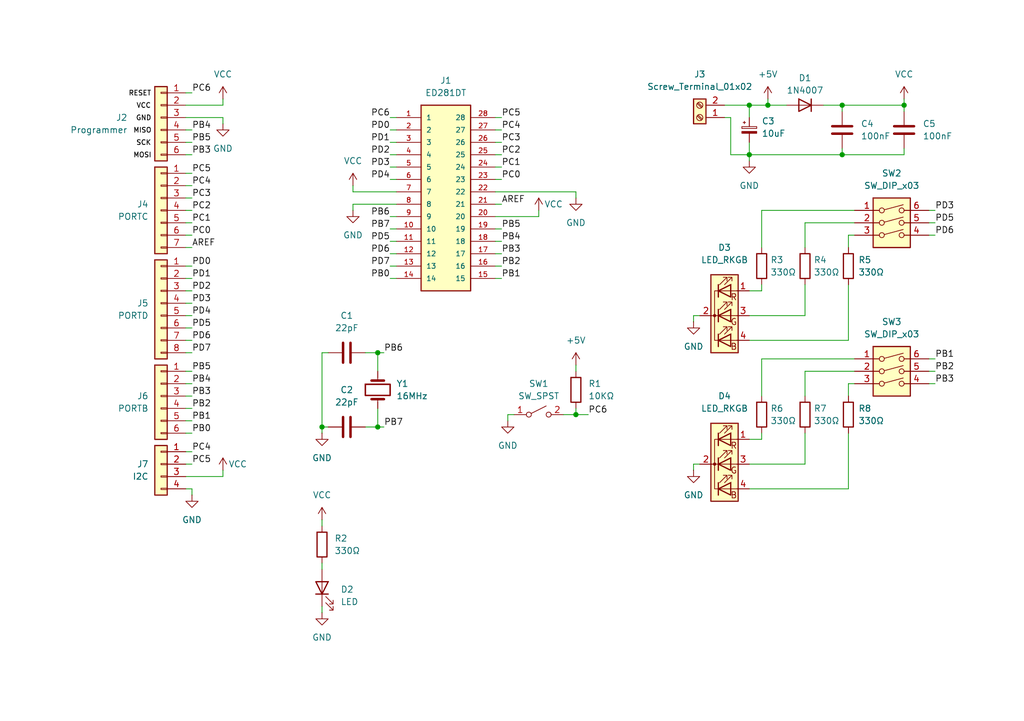
<source format=kicad_sch>
(kicad_sch
	(version 20231120)
	(generator "eeschema")
	(generator_version "8.0")
	(uuid "97a345e5-fe80-4643-8c6c-479945e45e7f")
	(paper "A5")
	(title_block
		(title "Bedrock328 Board")
		(date "2024-10-06")
		(company "Luis José Mora Díaz")
	)
	(lib_symbols
		(symbol "Connector:ED281DT"
			(pin_names
				(offset 1.016)
			)
			(exclude_from_sim no)
			(in_bom yes)
			(on_board yes)
			(property "Reference" "J"
				(at -5.08 18.288 0)
				(effects
					(font
						(size 1.27 1.27)
					)
					(justify left bottom)
				)
			)
			(property "Value" "ED281DT"
				(at -5.08 -22.86 0)
				(effects
					(font
						(size 1.27 1.27)
					)
					(justify left bottom)
				)
			)
			(property "Footprint" "Package_DIP:ED281DT"
				(at 0 0 0)
				(effects
					(font
						(size 1.27 1.27)
					)
					(justify bottom)
					(hide yes)
				)
			)
			(property "Datasheet" "https://www.on-shore.com/wp-content/uploads/2015/09/ipg2.pdfhttps://www.on-shore.com/wp-content/uploads/2015/09/ipg2.pdf"
				(at 0 0 0)
				(effects
					(font
						(size 1.27 1.27)
					)
					(hide yes)
				)
			)
			(property "Description" "28 (2 x 14) Pos DIP, 0.3\" (7.62mm) Row Spacing Socket Tin Through Hole"
				(at 0 0 0)
				(effects
					(font
						(size 1.27 1.27)
					)
					(hide yes)
				)
			)
			(property "Manufacturer" "On Shore"
				(at 0 0 0)
				(effects
					(font
						(size 1.27 1.27)
					)
					(justify bottom)
					(hide yes)
				)
			)
			(symbol "ED281DT_0_0"
				(rectangle
					(start -5.08 -20.32)
					(end 5.08 17.78)
					(stroke
						(width 0.254)
						(type default)
					)
					(fill
						(type background)
					)
				)
				(pin passive line
					(at -10.16 15.24 0)
					(length 5.08)
					(name "1"
						(effects
							(font
								(size 1.016 1.016)
							)
						)
					)
					(number "1"
						(effects
							(font
								(size 1.016 1.016)
							)
						)
					)
				)
				(pin passive line
					(at -10.16 -7.62 0)
					(length 5.08)
					(name "10"
						(effects
							(font
								(size 1.016 1.016)
							)
						)
					)
					(number "10"
						(effects
							(font
								(size 1.016 1.016)
							)
						)
					)
				)
				(pin passive line
					(at -10.16 -10.16 0)
					(length 5.08)
					(name "11"
						(effects
							(font
								(size 1.016 1.016)
							)
						)
					)
					(number "11"
						(effects
							(font
								(size 1.016 1.016)
							)
						)
					)
				)
				(pin passive line
					(at -10.16 -12.7 0)
					(length 5.08)
					(name "12"
						(effects
							(font
								(size 1.016 1.016)
							)
						)
					)
					(number "12"
						(effects
							(font
								(size 1.016 1.016)
							)
						)
					)
				)
				(pin passive line
					(at -10.16 -15.24 0)
					(length 5.08)
					(name "13"
						(effects
							(font
								(size 1.016 1.016)
							)
						)
					)
					(number "13"
						(effects
							(font
								(size 1.016 1.016)
							)
						)
					)
				)
				(pin passive line
					(at -10.16 -17.78 0)
					(length 5.08)
					(name "14"
						(effects
							(font
								(size 1.016 1.016)
							)
						)
					)
					(number "14"
						(effects
							(font
								(size 1.016 1.016)
							)
						)
					)
				)
				(pin passive line
					(at 10.16 -17.78 180)
					(length 5.08)
					(name "15"
						(effects
							(font
								(size 1.016 1.016)
							)
						)
					)
					(number "15"
						(effects
							(font
								(size 1.016 1.016)
							)
						)
					)
				)
				(pin passive line
					(at 10.16 -15.24 180)
					(length 5.08)
					(name "16"
						(effects
							(font
								(size 1.016 1.016)
							)
						)
					)
					(number "16"
						(effects
							(font
								(size 1.016 1.016)
							)
						)
					)
				)
				(pin passive line
					(at 10.16 -12.7 180)
					(length 5.08)
					(name "17"
						(effects
							(font
								(size 1.016 1.016)
							)
						)
					)
					(number "17"
						(effects
							(font
								(size 1.016 1.016)
							)
						)
					)
				)
				(pin passive line
					(at 10.16 -10.16 180)
					(length 5.08)
					(name "18"
						(effects
							(font
								(size 1.016 1.016)
							)
						)
					)
					(number "18"
						(effects
							(font
								(size 1.016 1.016)
							)
						)
					)
				)
				(pin passive line
					(at 10.16 -7.62 180)
					(length 5.08)
					(name "19"
						(effects
							(font
								(size 1.016 1.016)
							)
						)
					)
					(number "19"
						(effects
							(font
								(size 1.016 1.016)
							)
						)
					)
				)
				(pin passive line
					(at -10.16 12.7 0)
					(length 5.08)
					(name "2"
						(effects
							(font
								(size 1.016 1.016)
							)
						)
					)
					(number "2"
						(effects
							(font
								(size 1.016 1.016)
							)
						)
					)
				)
				(pin passive line
					(at 10.16 -5.08 180)
					(length 5.08)
					(name "20"
						(effects
							(font
								(size 1.016 1.016)
							)
						)
					)
					(number "20"
						(effects
							(font
								(size 1.016 1.016)
							)
						)
					)
				)
				(pin passive line
					(at 10.16 -2.54 180)
					(length 5.08)
					(name "21"
						(effects
							(font
								(size 1.016 1.016)
							)
						)
					)
					(number "21"
						(effects
							(font
								(size 1.016 1.016)
							)
						)
					)
				)
				(pin passive line
					(at 10.16 0 180)
					(length 5.08)
					(name "22"
						(effects
							(font
								(size 1.016 1.016)
							)
						)
					)
					(number "22"
						(effects
							(font
								(size 1.016 1.016)
							)
						)
					)
				)
				(pin passive line
					(at 10.16 2.54 180)
					(length 5.08)
					(name "23"
						(effects
							(font
								(size 1.016 1.016)
							)
						)
					)
					(number "23"
						(effects
							(font
								(size 1.016 1.016)
							)
						)
					)
				)
				(pin passive line
					(at 10.16 5.08 180)
					(length 5.08)
					(name "24"
						(effects
							(font
								(size 1.016 1.016)
							)
						)
					)
					(number "24"
						(effects
							(font
								(size 1.016 1.016)
							)
						)
					)
				)
				(pin passive line
					(at 10.16 7.62 180)
					(length 5.08)
					(name "25"
						(effects
							(font
								(size 1.016 1.016)
							)
						)
					)
					(number "25"
						(effects
							(font
								(size 1.016 1.016)
							)
						)
					)
				)
				(pin passive line
					(at 10.16 10.16 180)
					(length 5.08)
					(name "26"
						(effects
							(font
								(size 1.016 1.016)
							)
						)
					)
					(number "26"
						(effects
							(font
								(size 1.016 1.016)
							)
						)
					)
				)
				(pin passive line
					(at 10.16 12.7 180)
					(length 5.08)
					(name "27"
						(effects
							(font
								(size 1.016 1.016)
							)
						)
					)
					(number "27"
						(effects
							(font
								(size 1.016 1.016)
							)
						)
					)
				)
				(pin passive line
					(at 10.16 15.24 180)
					(length 5.08)
					(name "28"
						(effects
							(font
								(size 1.016 1.016)
							)
						)
					)
					(number "28"
						(effects
							(font
								(size 1.016 1.016)
							)
						)
					)
				)
				(pin passive line
					(at -10.16 10.16 0)
					(length 5.08)
					(name "3"
						(effects
							(font
								(size 1.016 1.016)
							)
						)
					)
					(number "3"
						(effects
							(font
								(size 1.016 1.016)
							)
						)
					)
				)
				(pin passive line
					(at -10.16 7.62 0)
					(length 5.08)
					(name "4"
						(effects
							(font
								(size 1.016 1.016)
							)
						)
					)
					(number "4"
						(effects
							(font
								(size 1.016 1.016)
							)
						)
					)
				)
				(pin passive line
					(at -10.16 5.08 0)
					(length 5.08)
					(name "5"
						(effects
							(font
								(size 1.016 1.016)
							)
						)
					)
					(number "5"
						(effects
							(font
								(size 1.016 1.016)
							)
						)
					)
				)
				(pin passive line
					(at -10.16 2.54 0)
					(length 5.08)
					(name "6"
						(effects
							(font
								(size 1.016 1.016)
							)
						)
					)
					(number "6"
						(effects
							(font
								(size 1.016 1.016)
							)
						)
					)
				)
				(pin passive line
					(at -10.16 0 0)
					(length 5.08)
					(name "7"
						(effects
							(font
								(size 1.016 1.016)
							)
						)
					)
					(number "7"
						(effects
							(font
								(size 1.016 1.016)
							)
						)
					)
				)
				(pin passive line
					(at -10.16 -2.54 0)
					(length 5.08)
					(name "8"
						(effects
							(font
								(size 1.016 1.016)
							)
						)
					)
					(number "8"
						(effects
							(font
								(size 1.016 1.016)
							)
						)
					)
				)
				(pin passive line
					(at -10.16 -5.08 0)
					(length 5.08)
					(name "9"
						(effects
							(font
								(size 1.016 1.016)
							)
						)
					)
					(number "9"
						(effects
							(font
								(size 1.016 1.016)
							)
						)
					)
				)
			)
		)
		(symbol "Connector:Screw_Terminal_01x02"
			(pin_names
				(offset 1.016) hide)
			(exclude_from_sim no)
			(in_bom yes)
			(on_board yes)
			(property "Reference" "J"
				(at 0 2.54 0)
				(effects
					(font
						(size 1.27 1.27)
					)
				)
			)
			(property "Value" "Screw_Terminal_01x02"
				(at 0 -5.08 0)
				(effects
					(font
						(size 1.27 1.27)
					)
				)
			)
			(property "Footprint" ""
				(at 0 0 0)
				(effects
					(font
						(size 1.27 1.27)
					)
					(hide yes)
				)
			)
			(property "Datasheet" "~"
				(at 0 0 0)
				(effects
					(font
						(size 1.27 1.27)
					)
					(hide yes)
				)
			)
			(property "Description" "Generic screw terminal, single row, 01x02, script generated (kicad-library-utils/schlib/autogen/connector/)"
				(at 0 0 0)
				(effects
					(font
						(size 1.27 1.27)
					)
					(hide yes)
				)
			)
			(property "ki_keywords" "screw terminal"
				(at 0 0 0)
				(effects
					(font
						(size 1.27 1.27)
					)
					(hide yes)
				)
			)
			(property "ki_fp_filters" "TerminalBlock*:*"
				(at 0 0 0)
				(effects
					(font
						(size 1.27 1.27)
					)
					(hide yes)
				)
			)
			(symbol "Screw_Terminal_01x02_1_1"
				(rectangle
					(start -1.27 1.27)
					(end 1.27 -3.81)
					(stroke
						(width 0.254)
						(type default)
					)
					(fill
						(type background)
					)
				)
				(circle
					(center 0 -2.54)
					(radius 0.635)
					(stroke
						(width 0.1524)
						(type default)
					)
					(fill
						(type none)
					)
				)
				(polyline
					(pts
						(xy -0.5334 -2.2098) (xy 0.3302 -3.048)
					)
					(stroke
						(width 0.1524)
						(type default)
					)
					(fill
						(type none)
					)
				)
				(polyline
					(pts
						(xy -0.5334 0.3302) (xy 0.3302 -0.508)
					)
					(stroke
						(width 0.1524)
						(type default)
					)
					(fill
						(type none)
					)
				)
				(polyline
					(pts
						(xy -0.3556 -2.032) (xy 0.508 -2.8702)
					)
					(stroke
						(width 0.1524)
						(type default)
					)
					(fill
						(type none)
					)
				)
				(polyline
					(pts
						(xy -0.3556 0.508) (xy 0.508 -0.3302)
					)
					(stroke
						(width 0.1524)
						(type default)
					)
					(fill
						(type none)
					)
				)
				(circle
					(center 0 0)
					(radius 0.635)
					(stroke
						(width 0.1524)
						(type default)
					)
					(fill
						(type none)
					)
				)
				(pin passive line
					(at -5.08 0 0)
					(length 3.81)
					(name "Pin_1"
						(effects
							(font
								(size 1.27 1.27)
							)
						)
					)
					(number "1"
						(effects
							(font
								(size 1.27 1.27)
							)
						)
					)
				)
				(pin passive line
					(at -5.08 -2.54 0)
					(length 3.81)
					(name "Pin_2"
						(effects
							(font
								(size 1.27 1.27)
							)
						)
					)
					(number "2"
						(effects
							(font
								(size 1.27 1.27)
							)
						)
					)
				)
			)
		)
		(symbol "Connector_Generic:Conn_01x04"
			(pin_names
				(offset 1.016) hide)
			(exclude_from_sim no)
			(in_bom yes)
			(on_board yes)
			(property "Reference" "J"
				(at 0 5.08 0)
				(effects
					(font
						(size 1.27 1.27)
					)
				)
			)
			(property "Value" "Conn_01x04"
				(at 0 -7.62 0)
				(effects
					(font
						(size 1.27 1.27)
					)
				)
			)
			(property "Footprint" ""
				(at 0 0 0)
				(effects
					(font
						(size 1.27 1.27)
					)
					(hide yes)
				)
			)
			(property "Datasheet" "~"
				(at 0 0 0)
				(effects
					(font
						(size 1.27 1.27)
					)
					(hide yes)
				)
			)
			(property "Description" "Generic connector, single row, 01x04, script generated (kicad-library-utils/schlib/autogen/connector/)"
				(at 0 0 0)
				(effects
					(font
						(size 1.27 1.27)
					)
					(hide yes)
				)
			)
			(property "ki_keywords" "connector"
				(at 0 0 0)
				(effects
					(font
						(size 1.27 1.27)
					)
					(hide yes)
				)
			)
			(property "ki_fp_filters" "Connector*:*_1x??_*"
				(at 0 0 0)
				(effects
					(font
						(size 1.27 1.27)
					)
					(hide yes)
				)
			)
			(symbol "Conn_01x04_1_1"
				(rectangle
					(start -1.27 -4.953)
					(end 0 -5.207)
					(stroke
						(width 0.1524)
						(type default)
					)
					(fill
						(type none)
					)
				)
				(rectangle
					(start -1.27 -2.413)
					(end 0 -2.667)
					(stroke
						(width 0.1524)
						(type default)
					)
					(fill
						(type none)
					)
				)
				(rectangle
					(start -1.27 0.127)
					(end 0 -0.127)
					(stroke
						(width 0.1524)
						(type default)
					)
					(fill
						(type none)
					)
				)
				(rectangle
					(start -1.27 2.667)
					(end 0 2.413)
					(stroke
						(width 0.1524)
						(type default)
					)
					(fill
						(type none)
					)
				)
				(rectangle
					(start -1.27 3.81)
					(end 1.27 -6.35)
					(stroke
						(width 0.254)
						(type default)
					)
					(fill
						(type background)
					)
				)
				(pin passive line
					(at -5.08 2.54 0)
					(length 3.81)
					(name "Pin_1"
						(effects
							(font
								(size 1.27 1.27)
							)
						)
					)
					(number "1"
						(effects
							(font
								(size 1.27 1.27)
							)
						)
					)
				)
				(pin passive line
					(at -5.08 0 0)
					(length 3.81)
					(name "Pin_2"
						(effects
							(font
								(size 1.27 1.27)
							)
						)
					)
					(number "2"
						(effects
							(font
								(size 1.27 1.27)
							)
						)
					)
				)
				(pin passive line
					(at -5.08 -2.54 0)
					(length 3.81)
					(name "Pin_3"
						(effects
							(font
								(size 1.27 1.27)
							)
						)
					)
					(number "3"
						(effects
							(font
								(size 1.27 1.27)
							)
						)
					)
				)
				(pin passive line
					(at -5.08 -5.08 0)
					(length 3.81)
					(name "Pin_4"
						(effects
							(font
								(size 1.27 1.27)
							)
						)
					)
					(number "4"
						(effects
							(font
								(size 1.27 1.27)
							)
						)
					)
				)
			)
		)
		(symbol "Connector_Generic:Conn_01x06"
			(pin_names
				(offset 1.016) hide)
			(exclude_from_sim no)
			(in_bom yes)
			(on_board yes)
			(property "Reference" "J"
				(at 0 7.62 0)
				(effects
					(font
						(size 1.27 1.27)
					)
				)
			)
			(property "Value" "Conn_01x06"
				(at 0 -10.16 0)
				(effects
					(font
						(size 1.27 1.27)
					)
				)
			)
			(property "Footprint" ""
				(at 0 0 0)
				(effects
					(font
						(size 1.27 1.27)
					)
					(hide yes)
				)
			)
			(property "Datasheet" "~"
				(at 0 0 0)
				(effects
					(font
						(size 1.27 1.27)
					)
					(hide yes)
				)
			)
			(property "Description" "Generic connector, single row, 01x06, script generated (kicad-library-utils/schlib/autogen/connector/)"
				(at 0 0 0)
				(effects
					(font
						(size 1.27 1.27)
					)
					(hide yes)
				)
			)
			(property "ki_keywords" "connector"
				(at 0 0 0)
				(effects
					(font
						(size 1.27 1.27)
					)
					(hide yes)
				)
			)
			(property "ki_fp_filters" "Connector*:*_1x??_*"
				(at 0 0 0)
				(effects
					(font
						(size 1.27 1.27)
					)
					(hide yes)
				)
			)
			(symbol "Conn_01x06_1_1"
				(rectangle
					(start -1.27 -7.493)
					(end 0 -7.747)
					(stroke
						(width 0.1524)
						(type default)
					)
					(fill
						(type none)
					)
				)
				(rectangle
					(start -1.27 -4.953)
					(end 0 -5.207)
					(stroke
						(width 0.1524)
						(type default)
					)
					(fill
						(type none)
					)
				)
				(rectangle
					(start -1.27 -2.413)
					(end 0 -2.667)
					(stroke
						(width 0.1524)
						(type default)
					)
					(fill
						(type none)
					)
				)
				(rectangle
					(start -1.27 0.127)
					(end 0 -0.127)
					(stroke
						(width 0.1524)
						(type default)
					)
					(fill
						(type none)
					)
				)
				(rectangle
					(start -1.27 2.667)
					(end 0 2.413)
					(stroke
						(width 0.1524)
						(type default)
					)
					(fill
						(type none)
					)
				)
				(rectangle
					(start -1.27 5.207)
					(end 0 4.953)
					(stroke
						(width 0.1524)
						(type default)
					)
					(fill
						(type none)
					)
				)
				(rectangle
					(start -1.27 6.35)
					(end 1.27 -8.89)
					(stroke
						(width 0.254)
						(type default)
					)
					(fill
						(type background)
					)
				)
				(pin passive line
					(at -5.08 5.08 0)
					(length 3.81)
					(name "Pin_1"
						(effects
							(font
								(size 1.27 1.27)
							)
						)
					)
					(number "1"
						(effects
							(font
								(size 1.27 1.27)
							)
						)
					)
				)
				(pin passive line
					(at -5.08 2.54 0)
					(length 3.81)
					(name "Pin_2"
						(effects
							(font
								(size 1.27 1.27)
							)
						)
					)
					(number "2"
						(effects
							(font
								(size 1.27 1.27)
							)
						)
					)
				)
				(pin passive line
					(at -5.08 0 0)
					(length 3.81)
					(name "Pin_3"
						(effects
							(font
								(size 1.27 1.27)
							)
						)
					)
					(number "3"
						(effects
							(font
								(size 1.27 1.27)
							)
						)
					)
				)
				(pin passive line
					(at -5.08 -2.54 0)
					(length 3.81)
					(name "Pin_4"
						(effects
							(font
								(size 1.27 1.27)
							)
						)
					)
					(number "4"
						(effects
							(font
								(size 1.27 1.27)
							)
						)
					)
				)
				(pin passive line
					(at -5.08 -5.08 0)
					(length 3.81)
					(name "Pin_5"
						(effects
							(font
								(size 1.27 1.27)
							)
						)
					)
					(number "5"
						(effects
							(font
								(size 1.27 1.27)
							)
						)
					)
				)
				(pin passive line
					(at -5.08 -7.62 0)
					(length 3.81)
					(name "Pin_6"
						(effects
							(font
								(size 1.27 1.27)
							)
						)
					)
					(number "6"
						(effects
							(font
								(size 1.27 1.27)
							)
						)
					)
				)
			)
		)
		(symbol "Connector_Generic:Conn_01x07"
			(pin_names
				(offset 1.016) hide)
			(exclude_from_sim no)
			(in_bom yes)
			(on_board yes)
			(property "Reference" "J"
				(at 0 10.16 0)
				(effects
					(font
						(size 1.27 1.27)
					)
				)
			)
			(property "Value" "Conn_01x07"
				(at 0 -10.16 0)
				(effects
					(font
						(size 1.27 1.27)
					)
				)
			)
			(property "Footprint" ""
				(at 0 0 0)
				(effects
					(font
						(size 1.27 1.27)
					)
					(hide yes)
				)
			)
			(property "Datasheet" "~"
				(at 0 0 0)
				(effects
					(font
						(size 1.27 1.27)
					)
					(hide yes)
				)
			)
			(property "Description" "Generic connector, single row, 01x07, script generated (kicad-library-utils/schlib/autogen/connector/)"
				(at 0 0 0)
				(effects
					(font
						(size 1.27 1.27)
					)
					(hide yes)
				)
			)
			(property "ki_keywords" "connector"
				(at 0 0 0)
				(effects
					(font
						(size 1.27 1.27)
					)
					(hide yes)
				)
			)
			(property "ki_fp_filters" "Connector*:*_1x??_*"
				(at 0 0 0)
				(effects
					(font
						(size 1.27 1.27)
					)
					(hide yes)
				)
			)
			(symbol "Conn_01x07_1_1"
				(rectangle
					(start -1.27 -7.493)
					(end 0 -7.747)
					(stroke
						(width 0.1524)
						(type default)
					)
					(fill
						(type none)
					)
				)
				(rectangle
					(start -1.27 -4.953)
					(end 0 -5.207)
					(stroke
						(width 0.1524)
						(type default)
					)
					(fill
						(type none)
					)
				)
				(rectangle
					(start -1.27 -2.413)
					(end 0 -2.667)
					(stroke
						(width 0.1524)
						(type default)
					)
					(fill
						(type none)
					)
				)
				(rectangle
					(start -1.27 0.127)
					(end 0 -0.127)
					(stroke
						(width 0.1524)
						(type default)
					)
					(fill
						(type none)
					)
				)
				(rectangle
					(start -1.27 2.667)
					(end 0 2.413)
					(stroke
						(width 0.1524)
						(type default)
					)
					(fill
						(type none)
					)
				)
				(rectangle
					(start -1.27 5.207)
					(end 0 4.953)
					(stroke
						(width 0.1524)
						(type default)
					)
					(fill
						(type none)
					)
				)
				(rectangle
					(start -1.27 7.747)
					(end 0 7.493)
					(stroke
						(width 0.1524)
						(type default)
					)
					(fill
						(type none)
					)
				)
				(rectangle
					(start -1.27 8.89)
					(end 1.27 -8.89)
					(stroke
						(width 0.254)
						(type default)
					)
					(fill
						(type background)
					)
				)
				(pin passive line
					(at -5.08 7.62 0)
					(length 3.81)
					(name "Pin_1"
						(effects
							(font
								(size 1.27 1.27)
							)
						)
					)
					(number "1"
						(effects
							(font
								(size 1.27 1.27)
							)
						)
					)
				)
				(pin passive line
					(at -5.08 5.08 0)
					(length 3.81)
					(name "Pin_2"
						(effects
							(font
								(size 1.27 1.27)
							)
						)
					)
					(number "2"
						(effects
							(font
								(size 1.27 1.27)
							)
						)
					)
				)
				(pin passive line
					(at -5.08 2.54 0)
					(length 3.81)
					(name "Pin_3"
						(effects
							(font
								(size 1.27 1.27)
							)
						)
					)
					(number "3"
						(effects
							(font
								(size 1.27 1.27)
							)
						)
					)
				)
				(pin passive line
					(at -5.08 0 0)
					(length 3.81)
					(name "Pin_4"
						(effects
							(font
								(size 1.27 1.27)
							)
						)
					)
					(number "4"
						(effects
							(font
								(size 1.27 1.27)
							)
						)
					)
				)
				(pin passive line
					(at -5.08 -2.54 0)
					(length 3.81)
					(name "Pin_5"
						(effects
							(font
								(size 1.27 1.27)
							)
						)
					)
					(number "5"
						(effects
							(font
								(size 1.27 1.27)
							)
						)
					)
				)
				(pin passive line
					(at -5.08 -5.08 0)
					(length 3.81)
					(name "Pin_6"
						(effects
							(font
								(size 1.27 1.27)
							)
						)
					)
					(number "6"
						(effects
							(font
								(size 1.27 1.27)
							)
						)
					)
				)
				(pin passive line
					(at -5.08 -7.62 0)
					(length 3.81)
					(name "Pin_7"
						(effects
							(font
								(size 1.27 1.27)
							)
						)
					)
					(number "7"
						(effects
							(font
								(size 1.27 1.27)
							)
						)
					)
				)
			)
		)
		(symbol "Connector_Generic:Conn_01x08"
			(pin_names
				(offset 1.016) hide)
			(exclude_from_sim no)
			(in_bom yes)
			(on_board yes)
			(property "Reference" "J"
				(at 0 10.16 0)
				(effects
					(font
						(size 1.27 1.27)
					)
				)
			)
			(property "Value" "Conn_01x08"
				(at 0 -12.7 0)
				(effects
					(font
						(size 1.27 1.27)
					)
				)
			)
			(property "Footprint" ""
				(at 0 0 0)
				(effects
					(font
						(size 1.27 1.27)
					)
					(hide yes)
				)
			)
			(property "Datasheet" "~"
				(at 0 0 0)
				(effects
					(font
						(size 1.27 1.27)
					)
					(hide yes)
				)
			)
			(property "Description" "Generic connector, single row, 01x08, script generated (kicad-library-utils/schlib/autogen/connector/)"
				(at 0 0 0)
				(effects
					(font
						(size 1.27 1.27)
					)
					(hide yes)
				)
			)
			(property "ki_keywords" "connector"
				(at 0 0 0)
				(effects
					(font
						(size 1.27 1.27)
					)
					(hide yes)
				)
			)
			(property "ki_fp_filters" "Connector*:*_1x??_*"
				(at 0 0 0)
				(effects
					(font
						(size 1.27 1.27)
					)
					(hide yes)
				)
			)
			(symbol "Conn_01x08_1_1"
				(rectangle
					(start -1.27 -10.033)
					(end 0 -10.287)
					(stroke
						(width 0.1524)
						(type default)
					)
					(fill
						(type none)
					)
				)
				(rectangle
					(start -1.27 -7.493)
					(end 0 -7.747)
					(stroke
						(width 0.1524)
						(type default)
					)
					(fill
						(type none)
					)
				)
				(rectangle
					(start -1.27 -4.953)
					(end 0 -5.207)
					(stroke
						(width 0.1524)
						(type default)
					)
					(fill
						(type none)
					)
				)
				(rectangle
					(start -1.27 -2.413)
					(end 0 -2.667)
					(stroke
						(width 0.1524)
						(type default)
					)
					(fill
						(type none)
					)
				)
				(rectangle
					(start -1.27 0.127)
					(end 0 -0.127)
					(stroke
						(width 0.1524)
						(type default)
					)
					(fill
						(type none)
					)
				)
				(rectangle
					(start -1.27 2.667)
					(end 0 2.413)
					(stroke
						(width 0.1524)
						(type default)
					)
					(fill
						(type none)
					)
				)
				(rectangle
					(start -1.27 5.207)
					(end 0 4.953)
					(stroke
						(width 0.1524)
						(type default)
					)
					(fill
						(type none)
					)
				)
				(rectangle
					(start -1.27 7.747)
					(end 0 7.493)
					(stroke
						(width 0.1524)
						(type default)
					)
					(fill
						(type none)
					)
				)
				(rectangle
					(start -1.27 8.89)
					(end 1.27 -11.43)
					(stroke
						(width 0.254)
						(type default)
					)
					(fill
						(type background)
					)
				)
				(pin passive line
					(at -5.08 7.62 0)
					(length 3.81)
					(name "Pin_1"
						(effects
							(font
								(size 1.27 1.27)
							)
						)
					)
					(number "1"
						(effects
							(font
								(size 1.27 1.27)
							)
						)
					)
				)
				(pin passive line
					(at -5.08 5.08 0)
					(length 3.81)
					(name "Pin_2"
						(effects
							(font
								(size 1.27 1.27)
							)
						)
					)
					(number "2"
						(effects
							(font
								(size 1.27 1.27)
							)
						)
					)
				)
				(pin passive line
					(at -5.08 2.54 0)
					(length 3.81)
					(name "Pin_3"
						(effects
							(font
								(size 1.27 1.27)
							)
						)
					)
					(number "3"
						(effects
							(font
								(size 1.27 1.27)
							)
						)
					)
				)
				(pin passive line
					(at -5.08 0 0)
					(length 3.81)
					(name "Pin_4"
						(effects
							(font
								(size 1.27 1.27)
							)
						)
					)
					(number "4"
						(effects
							(font
								(size 1.27 1.27)
							)
						)
					)
				)
				(pin passive line
					(at -5.08 -2.54 0)
					(length 3.81)
					(name "Pin_5"
						(effects
							(font
								(size 1.27 1.27)
							)
						)
					)
					(number "5"
						(effects
							(font
								(size 1.27 1.27)
							)
						)
					)
				)
				(pin passive line
					(at -5.08 -5.08 0)
					(length 3.81)
					(name "Pin_6"
						(effects
							(font
								(size 1.27 1.27)
							)
						)
					)
					(number "6"
						(effects
							(font
								(size 1.27 1.27)
							)
						)
					)
				)
				(pin passive line
					(at -5.08 -7.62 0)
					(length 3.81)
					(name "Pin_7"
						(effects
							(font
								(size 1.27 1.27)
							)
						)
					)
					(number "7"
						(effects
							(font
								(size 1.27 1.27)
							)
						)
					)
				)
				(pin passive line
					(at -5.08 -10.16 0)
					(length 3.81)
					(name "Pin_8"
						(effects
							(font
								(size 1.27 1.27)
							)
						)
					)
					(number "8"
						(effects
							(font
								(size 1.27 1.27)
							)
						)
					)
				)
			)
		)
		(symbol "Device:C"
			(pin_numbers hide)
			(pin_names
				(offset 0.254)
			)
			(exclude_from_sim no)
			(in_bom yes)
			(on_board yes)
			(property "Reference" "C"
				(at 0.635 2.54 0)
				(effects
					(font
						(size 1.27 1.27)
					)
					(justify left)
				)
			)
			(property "Value" "C"
				(at 0.635 -2.54 0)
				(effects
					(font
						(size 1.27 1.27)
					)
					(justify left)
				)
			)
			(property "Footprint" ""
				(at 0.9652 -3.81 0)
				(effects
					(font
						(size 1.27 1.27)
					)
					(hide yes)
				)
			)
			(property "Datasheet" "~"
				(at 0 0 0)
				(effects
					(font
						(size 1.27 1.27)
					)
					(hide yes)
				)
			)
			(property "Description" "Unpolarized capacitor"
				(at 0 0 0)
				(effects
					(font
						(size 1.27 1.27)
					)
					(hide yes)
				)
			)
			(property "ki_keywords" "cap capacitor"
				(at 0 0 0)
				(effects
					(font
						(size 1.27 1.27)
					)
					(hide yes)
				)
			)
			(property "ki_fp_filters" "C_*"
				(at 0 0 0)
				(effects
					(font
						(size 1.27 1.27)
					)
					(hide yes)
				)
			)
			(symbol "C_0_1"
				(polyline
					(pts
						(xy -2.032 -0.762) (xy 2.032 -0.762)
					)
					(stroke
						(width 0.508)
						(type default)
					)
					(fill
						(type none)
					)
				)
				(polyline
					(pts
						(xy -2.032 0.762) (xy 2.032 0.762)
					)
					(stroke
						(width 0.508)
						(type default)
					)
					(fill
						(type none)
					)
				)
			)
			(symbol "C_1_1"
				(pin passive line
					(at 0 3.81 270)
					(length 2.794)
					(name "~"
						(effects
							(font
								(size 1.27 1.27)
							)
						)
					)
					(number "1"
						(effects
							(font
								(size 1.27 1.27)
							)
						)
					)
				)
				(pin passive line
					(at 0 -3.81 90)
					(length 2.794)
					(name "~"
						(effects
							(font
								(size 1.27 1.27)
							)
						)
					)
					(number "2"
						(effects
							(font
								(size 1.27 1.27)
							)
						)
					)
				)
			)
		)
		(symbol "Device:C_Polarized_Small"
			(pin_numbers hide)
			(pin_names
				(offset 0.254) hide)
			(exclude_from_sim no)
			(in_bom yes)
			(on_board yes)
			(property "Reference" "C"
				(at 0.254 1.778 0)
				(effects
					(font
						(size 1.27 1.27)
					)
					(justify left)
				)
			)
			(property "Value" "C_Polarized_Small"
				(at 0.254 -2.032 0)
				(effects
					(font
						(size 1.27 1.27)
					)
					(justify left)
				)
			)
			(property "Footprint" ""
				(at 0 0 0)
				(effects
					(font
						(size 1.27 1.27)
					)
					(hide yes)
				)
			)
			(property "Datasheet" "~"
				(at 0 0 0)
				(effects
					(font
						(size 1.27 1.27)
					)
					(hide yes)
				)
			)
			(property "Description" "Polarized capacitor, small symbol"
				(at 0 0 0)
				(effects
					(font
						(size 1.27 1.27)
					)
					(hide yes)
				)
			)
			(property "ki_keywords" "cap capacitor"
				(at 0 0 0)
				(effects
					(font
						(size 1.27 1.27)
					)
					(hide yes)
				)
			)
			(property "ki_fp_filters" "CP_*"
				(at 0 0 0)
				(effects
					(font
						(size 1.27 1.27)
					)
					(hide yes)
				)
			)
			(symbol "C_Polarized_Small_0_1"
				(rectangle
					(start -1.524 -0.3048)
					(end 1.524 -0.6858)
					(stroke
						(width 0)
						(type default)
					)
					(fill
						(type outline)
					)
				)
				(rectangle
					(start -1.524 0.6858)
					(end 1.524 0.3048)
					(stroke
						(width 0)
						(type default)
					)
					(fill
						(type none)
					)
				)
				(polyline
					(pts
						(xy -1.27 1.524) (xy -0.762 1.524)
					)
					(stroke
						(width 0)
						(type default)
					)
					(fill
						(type none)
					)
				)
				(polyline
					(pts
						(xy -1.016 1.27) (xy -1.016 1.778)
					)
					(stroke
						(width 0)
						(type default)
					)
					(fill
						(type none)
					)
				)
			)
			(symbol "C_Polarized_Small_1_1"
				(pin passive line
					(at 0 2.54 270)
					(length 1.8542)
					(name "~"
						(effects
							(font
								(size 1.27 1.27)
							)
						)
					)
					(number "1"
						(effects
							(font
								(size 1.27 1.27)
							)
						)
					)
				)
				(pin passive line
					(at 0 -2.54 90)
					(length 1.8542)
					(name "~"
						(effects
							(font
								(size 1.27 1.27)
							)
						)
					)
					(number "2"
						(effects
							(font
								(size 1.27 1.27)
							)
						)
					)
				)
			)
		)
		(symbol "Device:Crystal"
			(pin_numbers hide)
			(pin_names
				(offset 1.016) hide)
			(exclude_from_sim no)
			(in_bom yes)
			(on_board yes)
			(property "Reference" "Y"
				(at 0 3.81 0)
				(effects
					(font
						(size 1.27 1.27)
					)
				)
			)
			(property "Value" "Crystal"
				(at 0 -3.81 0)
				(effects
					(font
						(size 1.27 1.27)
					)
				)
			)
			(property "Footprint" ""
				(at 0 0 0)
				(effects
					(font
						(size 1.27 1.27)
					)
					(hide yes)
				)
			)
			(property "Datasheet" "~"
				(at 0 0 0)
				(effects
					(font
						(size 1.27 1.27)
					)
					(hide yes)
				)
			)
			(property "Description" "Two pin crystal"
				(at 0 0 0)
				(effects
					(font
						(size 1.27 1.27)
					)
					(hide yes)
				)
			)
			(property "ki_keywords" "quartz ceramic resonator oscillator"
				(at 0 0 0)
				(effects
					(font
						(size 1.27 1.27)
					)
					(hide yes)
				)
			)
			(property "ki_fp_filters" "Crystal*"
				(at 0 0 0)
				(effects
					(font
						(size 1.27 1.27)
					)
					(hide yes)
				)
			)
			(symbol "Crystal_0_1"
				(rectangle
					(start -1.143 2.54)
					(end 1.143 -2.54)
					(stroke
						(width 0.3048)
						(type default)
					)
					(fill
						(type none)
					)
				)
				(polyline
					(pts
						(xy -2.54 0) (xy -1.905 0)
					)
					(stroke
						(width 0)
						(type default)
					)
					(fill
						(type none)
					)
				)
				(polyline
					(pts
						(xy -1.905 -1.27) (xy -1.905 1.27)
					)
					(stroke
						(width 0.508)
						(type default)
					)
					(fill
						(type none)
					)
				)
				(polyline
					(pts
						(xy 1.905 -1.27) (xy 1.905 1.27)
					)
					(stroke
						(width 0.508)
						(type default)
					)
					(fill
						(type none)
					)
				)
				(polyline
					(pts
						(xy 2.54 0) (xy 1.905 0)
					)
					(stroke
						(width 0)
						(type default)
					)
					(fill
						(type none)
					)
				)
			)
			(symbol "Crystal_1_1"
				(pin passive line
					(at -3.81 0 0)
					(length 1.27)
					(name "1"
						(effects
							(font
								(size 1.27 1.27)
							)
						)
					)
					(number "1"
						(effects
							(font
								(size 1.27 1.27)
							)
						)
					)
				)
				(pin passive line
					(at 3.81 0 180)
					(length 1.27)
					(name "2"
						(effects
							(font
								(size 1.27 1.27)
							)
						)
					)
					(number "2"
						(effects
							(font
								(size 1.27 1.27)
							)
						)
					)
				)
			)
		)
		(symbol "Device:D"
			(pin_numbers hide)
			(pin_names
				(offset 1.016) hide)
			(exclude_from_sim no)
			(in_bom yes)
			(on_board yes)
			(property "Reference" "D"
				(at 0 2.54 0)
				(effects
					(font
						(size 1.27 1.27)
					)
				)
			)
			(property "Value" "D"
				(at 0 -2.54 0)
				(effects
					(font
						(size 1.27 1.27)
					)
				)
			)
			(property "Footprint" ""
				(at 0 0 0)
				(effects
					(font
						(size 1.27 1.27)
					)
					(hide yes)
				)
			)
			(property "Datasheet" "~"
				(at 0 0 0)
				(effects
					(font
						(size 1.27 1.27)
					)
					(hide yes)
				)
			)
			(property "Description" "Diode"
				(at 0 0 0)
				(effects
					(font
						(size 1.27 1.27)
					)
					(hide yes)
				)
			)
			(property "Sim.Device" "D"
				(at 0 0 0)
				(effects
					(font
						(size 1.27 1.27)
					)
					(hide yes)
				)
			)
			(property "Sim.Pins" "1=K 2=A"
				(at 0 0 0)
				(effects
					(font
						(size 1.27 1.27)
					)
					(hide yes)
				)
			)
			(property "ki_keywords" "diode"
				(at 0 0 0)
				(effects
					(font
						(size 1.27 1.27)
					)
					(hide yes)
				)
			)
			(property "ki_fp_filters" "TO-???* *_Diode_* *SingleDiode* D_*"
				(at 0 0 0)
				(effects
					(font
						(size 1.27 1.27)
					)
					(hide yes)
				)
			)
			(symbol "D_0_1"
				(polyline
					(pts
						(xy -1.27 1.27) (xy -1.27 -1.27)
					)
					(stroke
						(width 0.254)
						(type default)
					)
					(fill
						(type none)
					)
				)
				(polyline
					(pts
						(xy 1.27 0) (xy -1.27 0)
					)
					(stroke
						(width 0)
						(type default)
					)
					(fill
						(type none)
					)
				)
				(polyline
					(pts
						(xy 1.27 1.27) (xy 1.27 -1.27) (xy -1.27 0) (xy 1.27 1.27)
					)
					(stroke
						(width 0.254)
						(type default)
					)
					(fill
						(type none)
					)
				)
			)
			(symbol "D_1_1"
				(pin passive line
					(at -3.81 0 0)
					(length 2.54)
					(name "K"
						(effects
							(font
								(size 1.27 1.27)
							)
						)
					)
					(number "1"
						(effects
							(font
								(size 1.27 1.27)
							)
						)
					)
				)
				(pin passive line
					(at 3.81 0 180)
					(length 2.54)
					(name "A"
						(effects
							(font
								(size 1.27 1.27)
							)
						)
					)
					(number "2"
						(effects
							(font
								(size 1.27 1.27)
							)
						)
					)
				)
			)
		)
		(symbol "Device:LED"
			(pin_numbers hide)
			(pin_names
				(offset 1.016) hide)
			(exclude_from_sim no)
			(in_bom yes)
			(on_board yes)
			(property "Reference" "D"
				(at 0 2.54 0)
				(effects
					(font
						(size 1.27 1.27)
					)
				)
			)
			(property "Value" "LED"
				(at 0 -2.54 0)
				(effects
					(font
						(size 1.27 1.27)
					)
				)
			)
			(property "Footprint" ""
				(at 0 0 0)
				(effects
					(font
						(size 1.27 1.27)
					)
					(hide yes)
				)
			)
			(property "Datasheet" "~"
				(at 0 0 0)
				(effects
					(font
						(size 1.27 1.27)
					)
					(hide yes)
				)
			)
			(property "Description" "Light emitting diode"
				(at 0 0 0)
				(effects
					(font
						(size 1.27 1.27)
					)
					(hide yes)
				)
			)
			(property "ki_keywords" "LED diode"
				(at 0 0 0)
				(effects
					(font
						(size 1.27 1.27)
					)
					(hide yes)
				)
			)
			(property "ki_fp_filters" "LED* LED_SMD:* LED_THT:*"
				(at 0 0 0)
				(effects
					(font
						(size 1.27 1.27)
					)
					(hide yes)
				)
			)
			(symbol "LED_0_1"
				(polyline
					(pts
						(xy -1.27 -1.27) (xy -1.27 1.27)
					)
					(stroke
						(width 0.254)
						(type default)
					)
					(fill
						(type none)
					)
				)
				(polyline
					(pts
						(xy -1.27 0) (xy 1.27 0)
					)
					(stroke
						(width 0)
						(type default)
					)
					(fill
						(type none)
					)
				)
				(polyline
					(pts
						(xy 1.27 -1.27) (xy 1.27 1.27) (xy -1.27 0) (xy 1.27 -1.27)
					)
					(stroke
						(width 0.254)
						(type default)
					)
					(fill
						(type none)
					)
				)
				(polyline
					(pts
						(xy -3.048 -0.762) (xy -4.572 -2.286) (xy -3.81 -2.286) (xy -4.572 -2.286) (xy -4.572 -1.524)
					)
					(stroke
						(width 0)
						(type default)
					)
					(fill
						(type none)
					)
				)
				(polyline
					(pts
						(xy -1.778 -0.762) (xy -3.302 -2.286) (xy -2.54 -2.286) (xy -3.302 -2.286) (xy -3.302 -1.524)
					)
					(stroke
						(width 0)
						(type default)
					)
					(fill
						(type none)
					)
				)
			)
			(symbol "LED_1_1"
				(pin passive line
					(at -3.81 0 0)
					(length 2.54)
					(name "K"
						(effects
							(font
								(size 1.27 1.27)
							)
						)
					)
					(number "1"
						(effects
							(font
								(size 1.27 1.27)
							)
						)
					)
				)
				(pin passive line
					(at 3.81 0 180)
					(length 2.54)
					(name "A"
						(effects
							(font
								(size 1.27 1.27)
							)
						)
					)
					(number "2"
						(effects
							(font
								(size 1.27 1.27)
							)
						)
					)
				)
			)
		)
		(symbol "Device:LED_RKGB"
			(pin_names
				(offset 0) hide)
			(exclude_from_sim no)
			(in_bom yes)
			(on_board yes)
			(property "Reference" "D"
				(at 0 9.398 0)
				(effects
					(font
						(size 1.27 1.27)
					)
				)
			)
			(property "Value" "LED_RKGB"
				(at 0 -8.89 0)
				(effects
					(font
						(size 1.27 1.27)
					)
				)
			)
			(property "Footprint" ""
				(at 0 -1.27 0)
				(effects
					(font
						(size 1.27 1.27)
					)
					(hide yes)
				)
			)
			(property "Datasheet" "~"
				(at 0 -1.27 0)
				(effects
					(font
						(size 1.27 1.27)
					)
					(hide yes)
				)
			)
			(property "Description" "RGB LED, red/cathode/green/blue"
				(at 0 0 0)
				(effects
					(font
						(size 1.27 1.27)
					)
					(hide yes)
				)
			)
			(property "ki_keywords" "LED RGB diode"
				(at 0 0 0)
				(effects
					(font
						(size 1.27 1.27)
					)
					(hide yes)
				)
			)
			(property "ki_fp_filters" "LED* LED_SMD:* LED_THT:*"
				(at 0 0 0)
				(effects
					(font
						(size 1.27 1.27)
					)
					(hide yes)
				)
			)
			(symbol "LED_RKGB_0_0"
				(text "B"
					(at 1.905 -6.35 0)
					(effects
						(font
							(size 1.27 1.27)
						)
					)
				)
				(text "G"
					(at 1.905 -1.27 0)
					(effects
						(font
							(size 1.27 1.27)
						)
					)
				)
				(text "R"
					(at 1.905 3.81 0)
					(effects
						(font
							(size 1.27 1.27)
						)
					)
				)
			)
			(symbol "LED_RKGB_0_1"
				(circle
					(center -2.032 0)
					(radius 0.254)
					(stroke
						(width 0)
						(type default)
					)
					(fill
						(type outline)
					)
				)
				(polyline
					(pts
						(xy -1.27 -5.08) (xy 1.27 -5.08)
					)
					(stroke
						(width 0)
						(type default)
					)
					(fill
						(type none)
					)
				)
				(polyline
					(pts
						(xy -1.27 -3.81) (xy -1.27 -6.35)
					)
					(stroke
						(width 0.254)
						(type default)
					)
					(fill
						(type none)
					)
				)
				(polyline
					(pts
						(xy -1.27 0) (xy -2.54 0)
					)
					(stroke
						(width 0)
						(type default)
					)
					(fill
						(type none)
					)
				)
				(polyline
					(pts
						(xy -1.27 1.27) (xy -1.27 -1.27)
					)
					(stroke
						(width 0.254)
						(type default)
					)
					(fill
						(type none)
					)
				)
				(polyline
					(pts
						(xy -1.27 5.08) (xy 1.27 5.08)
					)
					(stroke
						(width 0)
						(type default)
					)
					(fill
						(type none)
					)
				)
				(polyline
					(pts
						(xy -1.27 6.35) (xy -1.27 3.81)
					)
					(stroke
						(width 0.254)
						(type default)
					)
					(fill
						(type none)
					)
				)
				(polyline
					(pts
						(xy 1.27 -5.08) (xy 2.54 -5.08)
					)
					(stroke
						(width 0)
						(type default)
					)
					(fill
						(type none)
					)
				)
				(polyline
					(pts
						(xy 1.27 0) (xy -1.27 0)
					)
					(stroke
						(width 0)
						(type default)
					)
					(fill
						(type none)
					)
				)
				(polyline
					(pts
						(xy 1.27 0) (xy 2.54 0)
					)
					(stroke
						(width 0)
						(type default)
					)
					(fill
						(type none)
					)
				)
				(polyline
					(pts
						(xy 1.27 5.08) (xy 2.54 5.08)
					)
					(stroke
						(width 0)
						(type default)
					)
					(fill
						(type none)
					)
				)
				(polyline
					(pts
						(xy -1.27 1.27) (xy -1.27 -1.27) (xy -1.27 -1.27)
					)
					(stroke
						(width 0)
						(type default)
					)
					(fill
						(type none)
					)
				)
				(polyline
					(pts
						(xy -1.27 6.35) (xy -1.27 3.81) (xy -1.27 3.81)
					)
					(stroke
						(width 0)
						(type default)
					)
					(fill
						(type none)
					)
				)
				(polyline
					(pts
						(xy -1.27 5.08) (xy -2.032 5.08) (xy -2.032 -5.08) (xy -1.016 -5.08)
					)
					(stroke
						(width 0)
						(type default)
					)
					(fill
						(type none)
					)
				)
				(polyline
					(pts
						(xy 1.27 -3.81) (xy 1.27 -6.35) (xy -1.27 -5.08) (xy 1.27 -3.81)
					)
					(stroke
						(width 0.254)
						(type default)
					)
					(fill
						(type none)
					)
				)
				(polyline
					(pts
						(xy 1.27 1.27) (xy 1.27 -1.27) (xy -1.27 0) (xy 1.27 1.27)
					)
					(stroke
						(width 0.254)
						(type default)
					)
					(fill
						(type none)
					)
				)
				(polyline
					(pts
						(xy 1.27 6.35) (xy 1.27 3.81) (xy -1.27 5.08) (xy 1.27 6.35)
					)
					(stroke
						(width 0.254)
						(type default)
					)
					(fill
						(type none)
					)
				)
				(polyline
					(pts
						(xy -1.016 -3.81) (xy 0.508 -2.286) (xy -0.254 -2.286) (xy 0.508 -2.286) (xy 0.508 -3.048)
					)
					(stroke
						(width 0)
						(type default)
					)
					(fill
						(type none)
					)
				)
				(polyline
					(pts
						(xy -1.016 1.27) (xy 0.508 2.794) (xy -0.254 2.794) (xy 0.508 2.794) (xy 0.508 2.032)
					)
					(stroke
						(width 0)
						(type default)
					)
					(fill
						(type none)
					)
				)
				(polyline
					(pts
						(xy -1.016 6.35) (xy 0.508 7.874) (xy -0.254 7.874) (xy 0.508 7.874) (xy 0.508 7.112)
					)
					(stroke
						(width 0)
						(type default)
					)
					(fill
						(type none)
					)
				)
				(polyline
					(pts
						(xy 0 -3.81) (xy 1.524 -2.286) (xy 0.762 -2.286) (xy 1.524 -2.286) (xy 1.524 -3.048)
					)
					(stroke
						(width 0)
						(type default)
					)
					(fill
						(type none)
					)
				)
				(polyline
					(pts
						(xy 0 1.27) (xy 1.524 2.794) (xy 0.762 2.794) (xy 1.524 2.794) (xy 1.524 2.032)
					)
					(stroke
						(width 0)
						(type default)
					)
					(fill
						(type none)
					)
				)
				(polyline
					(pts
						(xy 0 6.35) (xy 1.524 7.874) (xy 0.762 7.874) (xy 1.524 7.874) (xy 1.524 7.112)
					)
					(stroke
						(width 0)
						(type default)
					)
					(fill
						(type none)
					)
				)
				(rectangle
					(start 1.27 -1.27)
					(end 1.27 1.27)
					(stroke
						(width 0)
						(type default)
					)
					(fill
						(type none)
					)
				)
				(rectangle
					(start 1.27 1.27)
					(end 1.27 1.27)
					(stroke
						(width 0)
						(type default)
					)
					(fill
						(type none)
					)
				)
				(rectangle
					(start 1.27 3.81)
					(end 1.27 6.35)
					(stroke
						(width 0)
						(type default)
					)
					(fill
						(type none)
					)
				)
				(rectangle
					(start 1.27 6.35)
					(end 1.27 6.35)
					(stroke
						(width 0)
						(type default)
					)
					(fill
						(type none)
					)
				)
				(rectangle
					(start 2.794 8.382)
					(end -2.794 -7.62)
					(stroke
						(width 0.254)
						(type default)
					)
					(fill
						(type background)
					)
				)
			)
			(symbol "LED_RKGB_1_1"
				(pin passive line
					(at 5.08 5.08 180)
					(length 2.54)
					(name "RA"
						(effects
							(font
								(size 1.27 1.27)
							)
						)
					)
					(number "1"
						(effects
							(font
								(size 1.27 1.27)
							)
						)
					)
				)
				(pin passive line
					(at -5.08 0 0)
					(length 2.54)
					(name "K"
						(effects
							(font
								(size 1.27 1.27)
							)
						)
					)
					(number "2"
						(effects
							(font
								(size 1.27 1.27)
							)
						)
					)
				)
				(pin passive line
					(at 5.08 0 180)
					(length 2.54)
					(name "GA"
						(effects
							(font
								(size 1.27 1.27)
							)
						)
					)
					(number "3"
						(effects
							(font
								(size 1.27 1.27)
							)
						)
					)
				)
				(pin passive line
					(at 5.08 -5.08 180)
					(length 2.54)
					(name "BA"
						(effects
							(font
								(size 1.27 1.27)
							)
						)
					)
					(number "4"
						(effects
							(font
								(size 1.27 1.27)
							)
						)
					)
				)
			)
		)
		(symbol "Device:R"
			(pin_numbers hide)
			(pin_names
				(offset 0)
			)
			(exclude_from_sim no)
			(in_bom yes)
			(on_board yes)
			(property "Reference" "R"
				(at 2.032 0 90)
				(effects
					(font
						(size 1.27 1.27)
					)
				)
			)
			(property "Value" "R"
				(at 0 0 90)
				(effects
					(font
						(size 1.27 1.27)
					)
				)
			)
			(property "Footprint" ""
				(at -1.778 0 90)
				(effects
					(font
						(size 1.27 1.27)
					)
					(hide yes)
				)
			)
			(property "Datasheet" "~"
				(at 0 0 0)
				(effects
					(font
						(size 1.27 1.27)
					)
					(hide yes)
				)
			)
			(property "Description" "Resistor"
				(at 0 0 0)
				(effects
					(font
						(size 1.27 1.27)
					)
					(hide yes)
				)
			)
			(property "ki_keywords" "R res resistor"
				(at 0 0 0)
				(effects
					(font
						(size 1.27 1.27)
					)
					(hide yes)
				)
			)
			(property "ki_fp_filters" "R_*"
				(at 0 0 0)
				(effects
					(font
						(size 1.27 1.27)
					)
					(hide yes)
				)
			)
			(symbol "R_0_1"
				(rectangle
					(start -1.016 -2.54)
					(end 1.016 2.54)
					(stroke
						(width 0.254)
						(type default)
					)
					(fill
						(type none)
					)
				)
			)
			(symbol "R_1_1"
				(pin passive line
					(at 0 3.81 270)
					(length 1.27)
					(name "~"
						(effects
							(font
								(size 1.27 1.27)
							)
						)
					)
					(number "1"
						(effects
							(font
								(size 1.27 1.27)
							)
						)
					)
				)
				(pin passive line
					(at 0 -3.81 90)
					(length 1.27)
					(name "~"
						(effects
							(font
								(size 1.27 1.27)
							)
						)
					)
					(number "2"
						(effects
							(font
								(size 1.27 1.27)
							)
						)
					)
				)
			)
		)
		(symbol "Switch:SW_DIP_x03"
			(pin_names
				(offset 0) hide)
			(exclude_from_sim no)
			(in_bom yes)
			(on_board yes)
			(property "Reference" "SW"
				(at 0 6.35 0)
				(effects
					(font
						(size 1.27 1.27)
					)
				)
			)
			(property "Value" "SW_DIP_x03"
				(at 0 -6.35 0)
				(effects
					(font
						(size 1.27 1.27)
					)
				)
			)
			(property "Footprint" ""
				(at 0 -2.54 0)
				(effects
					(font
						(size 1.27 1.27)
					)
					(hide yes)
				)
			)
			(property "Datasheet" "~"
				(at 0 -2.54 0)
				(effects
					(font
						(size 1.27 1.27)
					)
					(hide yes)
				)
			)
			(property "Description" "3x DIP Switch, Single Pole Single Throw (SPST) switch, small symbol"
				(at 0 0 0)
				(effects
					(font
						(size 1.27 1.27)
					)
					(hide yes)
				)
			)
			(property "ki_keywords" "dip switch"
				(at 0 0 0)
				(effects
					(font
						(size 1.27 1.27)
					)
					(hide yes)
				)
			)
			(property "ki_fp_filters" "SW?DIP?x3*"
				(at 0 0 0)
				(effects
					(font
						(size 1.27 1.27)
					)
					(hide yes)
				)
			)
			(symbol "SW_DIP_x03_0_0"
				(circle
					(center -2.032 -2.54)
					(radius 0.508)
					(stroke
						(width 0)
						(type default)
					)
					(fill
						(type none)
					)
				)
				(circle
					(center -2.032 0)
					(radius 0.508)
					(stroke
						(width 0)
						(type default)
					)
					(fill
						(type none)
					)
				)
				(circle
					(center -2.032 2.54)
					(radius 0.508)
					(stroke
						(width 0)
						(type default)
					)
					(fill
						(type none)
					)
				)
				(polyline
					(pts
						(xy -1.524 -2.413) (xy 2.3622 -1.3716)
					)
					(stroke
						(width 0)
						(type default)
					)
					(fill
						(type none)
					)
				)
				(polyline
					(pts
						(xy -1.524 0.127) (xy 2.3622 1.1684)
					)
					(stroke
						(width 0)
						(type default)
					)
					(fill
						(type none)
					)
				)
				(polyline
					(pts
						(xy -1.524 2.667) (xy 2.3622 3.7084)
					)
					(stroke
						(width 0)
						(type default)
					)
					(fill
						(type none)
					)
				)
				(circle
					(center 2.032 -2.54)
					(radius 0.508)
					(stroke
						(width 0)
						(type default)
					)
					(fill
						(type none)
					)
				)
				(circle
					(center 2.032 0)
					(radius 0.508)
					(stroke
						(width 0)
						(type default)
					)
					(fill
						(type none)
					)
				)
				(circle
					(center 2.032 2.54)
					(radius 0.508)
					(stroke
						(width 0)
						(type default)
					)
					(fill
						(type none)
					)
				)
			)
			(symbol "SW_DIP_x03_0_1"
				(rectangle
					(start -3.81 5.08)
					(end 3.81 -5.08)
					(stroke
						(width 0.254)
						(type default)
					)
					(fill
						(type background)
					)
				)
			)
			(symbol "SW_DIP_x03_1_1"
				(pin passive line
					(at -7.62 2.54 0)
					(length 5.08)
					(name "~"
						(effects
							(font
								(size 1.27 1.27)
							)
						)
					)
					(number "1"
						(effects
							(font
								(size 1.27 1.27)
							)
						)
					)
				)
				(pin passive line
					(at -7.62 0 0)
					(length 5.08)
					(name "~"
						(effects
							(font
								(size 1.27 1.27)
							)
						)
					)
					(number "2"
						(effects
							(font
								(size 1.27 1.27)
							)
						)
					)
				)
				(pin passive line
					(at -7.62 -2.54 0)
					(length 5.08)
					(name "~"
						(effects
							(font
								(size 1.27 1.27)
							)
						)
					)
					(number "3"
						(effects
							(font
								(size 1.27 1.27)
							)
						)
					)
				)
				(pin passive line
					(at 7.62 -2.54 180)
					(length 5.08)
					(name "~"
						(effects
							(font
								(size 1.27 1.27)
							)
						)
					)
					(number "4"
						(effects
							(font
								(size 1.27 1.27)
							)
						)
					)
				)
				(pin passive line
					(at 7.62 0 180)
					(length 5.08)
					(name "~"
						(effects
							(font
								(size 1.27 1.27)
							)
						)
					)
					(number "5"
						(effects
							(font
								(size 1.27 1.27)
							)
						)
					)
				)
				(pin passive line
					(at 7.62 2.54 180)
					(length 5.08)
					(name "~"
						(effects
							(font
								(size 1.27 1.27)
							)
						)
					)
					(number "6"
						(effects
							(font
								(size 1.27 1.27)
							)
						)
					)
				)
			)
		)
		(symbol "Switch:SW_SPST"
			(pin_names
				(offset 0) hide)
			(exclude_from_sim no)
			(in_bom yes)
			(on_board yes)
			(property "Reference" "SW"
				(at 0 3.175 0)
				(effects
					(font
						(size 1.27 1.27)
					)
				)
			)
			(property "Value" "SW_SPST"
				(at 0 -2.54 0)
				(effects
					(font
						(size 1.27 1.27)
					)
				)
			)
			(property "Footprint" ""
				(at 0 0 0)
				(effects
					(font
						(size 1.27 1.27)
					)
					(hide yes)
				)
			)
			(property "Datasheet" "~"
				(at 0 0 0)
				(effects
					(font
						(size 1.27 1.27)
					)
					(hide yes)
				)
			)
			(property "Description" "Single Pole Single Throw (SPST) switch"
				(at 0 0 0)
				(effects
					(font
						(size 1.27 1.27)
					)
					(hide yes)
				)
			)
			(property "ki_keywords" "switch lever"
				(at 0 0 0)
				(effects
					(font
						(size 1.27 1.27)
					)
					(hide yes)
				)
			)
			(symbol "SW_SPST_0_0"
				(circle
					(center -2.032 0)
					(radius 0.508)
					(stroke
						(width 0)
						(type default)
					)
					(fill
						(type none)
					)
				)
				(polyline
					(pts
						(xy -1.524 0.254) (xy 1.524 1.778)
					)
					(stroke
						(width 0)
						(type default)
					)
					(fill
						(type none)
					)
				)
				(circle
					(center 2.032 0)
					(radius 0.508)
					(stroke
						(width 0)
						(type default)
					)
					(fill
						(type none)
					)
				)
			)
			(symbol "SW_SPST_1_1"
				(pin passive line
					(at -5.08 0 0)
					(length 2.54)
					(name "A"
						(effects
							(font
								(size 1.27 1.27)
							)
						)
					)
					(number "1"
						(effects
							(font
								(size 1.27 1.27)
							)
						)
					)
				)
				(pin passive line
					(at 5.08 0 180)
					(length 2.54)
					(name "B"
						(effects
							(font
								(size 1.27 1.27)
							)
						)
					)
					(number "2"
						(effects
							(font
								(size 1.27 1.27)
							)
						)
					)
				)
			)
		)
		(symbol "power:+5V"
			(power)
			(pin_numbers hide)
			(pin_names
				(offset 0) hide)
			(exclude_from_sim no)
			(in_bom yes)
			(on_board yes)
			(property "Reference" "#PWR"
				(at 0 -3.81 0)
				(effects
					(font
						(size 1.27 1.27)
					)
					(hide yes)
				)
			)
			(property "Value" "+5V"
				(at 0 3.556 0)
				(effects
					(font
						(size 1.27 1.27)
					)
				)
			)
			(property "Footprint" ""
				(at 0 0 0)
				(effects
					(font
						(size 1.27 1.27)
					)
					(hide yes)
				)
			)
			(property "Datasheet" ""
				(at 0 0 0)
				(effects
					(font
						(size 1.27 1.27)
					)
					(hide yes)
				)
			)
			(property "Description" "Power symbol creates a global label with name \"+5V\""
				(at 0 0 0)
				(effects
					(font
						(size 1.27 1.27)
					)
					(hide yes)
				)
			)
			(property "ki_keywords" "global power"
				(at 0 0 0)
				(effects
					(font
						(size 1.27 1.27)
					)
					(hide yes)
				)
			)
			(symbol "+5V_0_1"
				(polyline
					(pts
						(xy -0.762 1.27) (xy 0 2.54)
					)
					(stroke
						(width 0)
						(type default)
					)
					(fill
						(type none)
					)
				)
				(polyline
					(pts
						(xy 0 0) (xy 0 2.54)
					)
					(stroke
						(width 0)
						(type default)
					)
					(fill
						(type none)
					)
				)
				(polyline
					(pts
						(xy 0 2.54) (xy 0.762 1.27)
					)
					(stroke
						(width 0)
						(type default)
					)
					(fill
						(type none)
					)
				)
			)
			(symbol "+5V_1_1"
				(pin power_in line
					(at 0 0 90)
					(length 0)
					(name "~"
						(effects
							(font
								(size 1.27 1.27)
							)
						)
					)
					(number "1"
						(effects
							(font
								(size 1.27 1.27)
							)
						)
					)
				)
			)
		)
		(symbol "power:GND"
			(power)
			(pin_numbers hide)
			(pin_names
				(offset 0) hide)
			(exclude_from_sim no)
			(in_bom yes)
			(on_board yes)
			(property "Reference" "#PWR"
				(at 0 -6.35 0)
				(effects
					(font
						(size 1.27 1.27)
					)
					(hide yes)
				)
			)
			(property "Value" "GND"
				(at 0 -3.81 0)
				(effects
					(font
						(size 1.27 1.27)
					)
				)
			)
			(property "Footprint" ""
				(at 0 0 0)
				(effects
					(font
						(size 1.27 1.27)
					)
					(hide yes)
				)
			)
			(property "Datasheet" ""
				(at 0 0 0)
				(effects
					(font
						(size 1.27 1.27)
					)
					(hide yes)
				)
			)
			(property "Description" "Power symbol creates a global label with name \"GND\" , ground"
				(at 0 0 0)
				(effects
					(font
						(size 1.27 1.27)
					)
					(hide yes)
				)
			)
			(property "ki_keywords" "global power"
				(at 0 0 0)
				(effects
					(font
						(size 1.27 1.27)
					)
					(hide yes)
				)
			)
			(symbol "GND_0_1"
				(polyline
					(pts
						(xy 0 0) (xy 0 -1.27) (xy 1.27 -1.27) (xy 0 -2.54) (xy -1.27 -1.27) (xy 0 -1.27)
					)
					(stroke
						(width 0)
						(type default)
					)
					(fill
						(type none)
					)
				)
			)
			(symbol "GND_1_1"
				(pin power_in line
					(at 0 0 270)
					(length 0)
					(name "~"
						(effects
							(font
								(size 1.27 1.27)
							)
						)
					)
					(number "1"
						(effects
							(font
								(size 1.27 1.27)
							)
						)
					)
				)
			)
		)
		(symbol "power:VCC"
			(power)
			(pin_numbers hide)
			(pin_names
				(offset 0) hide)
			(exclude_from_sim no)
			(in_bom yes)
			(on_board yes)
			(property "Reference" "#PWR"
				(at 0 -3.81 0)
				(effects
					(font
						(size 1.27 1.27)
					)
					(hide yes)
				)
			)
			(property "Value" "VCC"
				(at 0 3.556 0)
				(effects
					(font
						(size 1.27 1.27)
					)
				)
			)
			(property "Footprint" ""
				(at 0 0 0)
				(effects
					(font
						(size 1.27 1.27)
					)
					(hide yes)
				)
			)
			(property "Datasheet" ""
				(at 0 0 0)
				(effects
					(font
						(size 1.27 1.27)
					)
					(hide yes)
				)
			)
			(property "Description" "Power symbol creates a global label with name \"VCC\""
				(at 0 0 0)
				(effects
					(font
						(size 1.27 1.27)
					)
					(hide yes)
				)
			)
			(property "ki_keywords" "global power"
				(at 0 0 0)
				(effects
					(font
						(size 1.27 1.27)
					)
					(hide yes)
				)
			)
			(symbol "VCC_0_1"
				(polyline
					(pts
						(xy -0.762 1.27) (xy 0 2.54)
					)
					(stroke
						(width 0)
						(type default)
					)
					(fill
						(type none)
					)
				)
				(polyline
					(pts
						(xy 0 0) (xy 0 2.54)
					)
					(stroke
						(width 0)
						(type default)
					)
					(fill
						(type none)
					)
				)
				(polyline
					(pts
						(xy 0 2.54) (xy 0.762 1.27)
					)
					(stroke
						(width 0)
						(type default)
					)
					(fill
						(type none)
					)
				)
			)
			(symbol "VCC_1_1"
				(pin power_in line
					(at 0 0 90)
					(length 0)
					(name "~"
						(effects
							(font
								(size 1.27 1.27)
							)
						)
					)
					(number "1"
						(effects
							(font
								(size 1.27 1.27)
							)
						)
					)
				)
			)
		)
	)
	(junction
		(at 172.72 31.75)
		(diameter 0)
		(color 0 0 0 0)
		(uuid "05868a24-dc05-47b8-84f8-ff0e957b367e")
	)
	(junction
		(at 172.72 21.59)
		(diameter 0)
		(color 0 0 0 0)
		(uuid "630f9285-a0ec-48bf-947e-ead0e6dfa418")
	)
	(junction
		(at 118.11 85.09)
		(diameter 0)
		(color 0 0 0 0)
		(uuid "847160cd-c7d4-4caa-8662-cbfc44d589a7")
	)
	(junction
		(at 66.04 87.63)
		(diameter 0)
		(color 0 0 0 0)
		(uuid "8881d6e6-a482-4f7a-8453-65895320f3a4")
	)
	(junction
		(at 77.47 72.39)
		(diameter 0)
		(color 0 0 0 0)
		(uuid "8ab5504c-5e0a-4ed3-bcb5-fbd0547a4863")
	)
	(junction
		(at 157.48 21.59)
		(diameter 0)
		(color 0 0 0 0)
		(uuid "949d10c3-7671-446e-9cf3-5509313a3748")
	)
	(junction
		(at 153.67 21.59)
		(diameter 0)
		(color 0 0 0 0)
		(uuid "b45f2f8a-d100-46bf-8b81-22c3985e497a")
	)
	(junction
		(at 153.67 31.75)
		(diameter 0)
		(color 0 0 0 0)
		(uuid "ced42d43-bade-44ad-90a7-00bba7c982b2")
	)
	(junction
		(at 185.42 21.59)
		(diameter 0)
		(color 0 0 0 0)
		(uuid "e213a1f8-ea32-4496-a3aa-6292c1afe2e4")
	)
	(junction
		(at 77.47 87.63)
		(diameter 0)
		(color 0 0 0 0)
		(uuid "ecef6519-f95c-4a44-9c66-95a9fb330015")
	)
	(wire
		(pts
			(xy 190.5 76.2) (xy 191.77 76.2)
		)
		(stroke
			(width 0)
			(type default)
		)
		(uuid "01408ec7-e68c-4d33-a085-7a3cd73e0a03")
	)
	(wire
		(pts
			(xy 38.1 97.79) (xy 45.72 97.79)
		)
		(stroke
			(width 0)
			(type default)
		)
		(uuid "01aeb12e-53fa-4772-a2df-cd15d778a12a")
	)
	(wire
		(pts
			(xy 149.86 24.13) (xy 148.59 24.13)
		)
		(stroke
			(width 0)
			(type default)
		)
		(uuid "045335c5-967f-4e47-a5d8-5f4e1ad26679")
	)
	(wire
		(pts
			(xy 165.1 64.77) (xy 153.67 64.77)
		)
		(stroke
			(width 0)
			(type default)
		)
		(uuid "04c1e7d7-6386-4785-b2f3-33baaab0287a")
	)
	(wire
		(pts
			(xy 39.37 62.23) (xy 38.1 62.23)
		)
		(stroke
			(width 0)
			(type default)
		)
		(uuid "08eee41a-4b87-410e-9f7c-38fb53a56d37")
	)
	(wire
		(pts
			(xy 104.14 85.09) (xy 105.41 85.09)
		)
		(stroke
			(width 0)
			(type default)
		)
		(uuid "092f8fec-0d2d-462f-87b6-e4883e6393ff")
	)
	(wire
		(pts
			(xy 173.99 88.9) (xy 173.99 100.33)
		)
		(stroke
			(width 0)
			(type default)
		)
		(uuid "09b96d6c-877a-4541-a945-cf4d50fe7586")
	)
	(wire
		(pts
			(xy 190.5 73.66) (xy 191.77 73.66)
		)
		(stroke
			(width 0)
			(type default)
		)
		(uuid "0c5fa209-0d69-4c18-9073-9c74d16250f8")
	)
	(wire
		(pts
			(xy 190.5 48.26) (xy 191.77 48.26)
		)
		(stroke
			(width 0)
			(type default)
		)
		(uuid "0db3c486-79be-4736-a7fa-673278a4c3e1")
	)
	(wire
		(pts
			(xy 80.01 44.45) (xy 81.28 44.45)
		)
		(stroke
			(width 0)
			(type default)
		)
		(uuid "0e0d4d13-1cf1-41b7-b95f-f4e8e540943b")
	)
	(wire
		(pts
			(xy 39.37 59.69) (xy 38.1 59.69)
		)
		(stroke
			(width 0)
			(type default)
		)
		(uuid "0ea5ff01-596d-400b-bc69-7e14df9a392c")
	)
	(wire
		(pts
			(xy 156.21 58.42) (xy 156.21 59.69)
		)
		(stroke
			(width 0)
			(type default)
		)
		(uuid "1002506d-3c6e-43f7-ad0a-b2c44cb6a797")
	)
	(wire
		(pts
			(xy 66.04 106.68) (xy 66.04 107.95)
		)
		(stroke
			(width 0)
			(type default)
		)
		(uuid "11ab943f-d3bd-4786-8c94-30a810895d51")
	)
	(wire
		(pts
			(xy 185.42 31.75) (xy 172.72 31.75)
		)
		(stroke
			(width 0)
			(type default)
		)
		(uuid "13af1394-42e6-4705-995c-8af59fddb1de")
	)
	(wire
		(pts
			(xy 168.91 21.59) (xy 172.72 21.59)
		)
		(stroke
			(width 0)
			(type default)
		)
		(uuid "15f73360-888b-4fcc-866f-9fd50d1cd4be")
	)
	(wire
		(pts
			(xy 185.42 22.86) (xy 185.42 21.59)
		)
		(stroke
			(width 0)
			(type default)
		)
		(uuid "1c2e5544-0f67-404b-b62b-72581903d55c")
	)
	(wire
		(pts
			(xy 101.6 29.21) (xy 102.87 29.21)
		)
		(stroke
			(width 0)
			(type default)
		)
		(uuid "1cfdf350-9674-4585-a4a7-bfd3025f1fb4")
	)
	(wire
		(pts
			(xy 72.39 41.91) (xy 81.28 41.91)
		)
		(stroke
			(width 0)
			(type default)
		)
		(uuid "1dc6ee1d-99bb-4d60-9d82-47c768112ec9")
	)
	(wire
		(pts
			(xy 173.99 48.26) (xy 173.99 50.8)
		)
		(stroke
			(width 0)
			(type default)
		)
		(uuid "20e615d5-0de6-4f48-a733-18a44901350e")
	)
	(wire
		(pts
			(xy 39.37 54.61) (xy 38.1 54.61)
		)
		(stroke
			(width 0)
			(type default)
		)
		(uuid "25d3a095-04bf-40ed-a462-3d369fa7656e")
	)
	(wire
		(pts
			(xy 175.26 43.18) (xy 156.21 43.18)
		)
		(stroke
			(width 0)
			(type default)
		)
		(uuid "26cf710f-6fb5-4524-88ec-cf8380b45d0a")
	)
	(wire
		(pts
			(xy 153.67 31.75) (xy 153.67 33.02)
		)
		(stroke
			(width 0)
			(type default)
		)
		(uuid "28a47913-073f-453e-b5fa-514b5a9d6348")
	)
	(wire
		(pts
			(xy 165.1 45.72) (xy 165.1 50.8)
		)
		(stroke
			(width 0)
			(type default)
		)
		(uuid "29dd4063-939b-44fd-acee-a597f5f9f0c7")
	)
	(wire
		(pts
			(xy 156.21 43.18) (xy 156.21 50.8)
		)
		(stroke
			(width 0)
			(type default)
		)
		(uuid "2b5ec338-75e7-458c-893e-1c8aeecd52c0")
	)
	(wire
		(pts
			(xy 118.11 74.93) (xy 118.11 76.2)
		)
		(stroke
			(width 0)
			(type default)
		)
		(uuid "30ca42a4-41e8-43de-b3a6-4669f9c0d5e2")
	)
	(wire
		(pts
			(xy 39.37 43.18) (xy 38.1 43.18)
		)
		(stroke
			(width 0)
			(type default)
		)
		(uuid "31dbeb34-909d-46db-91c4-6dbd3ee89fa4")
	)
	(wire
		(pts
			(xy 157.48 21.59) (xy 161.29 21.59)
		)
		(stroke
			(width 0)
			(type default)
		)
		(uuid "34100055-8421-4013-a6a5-cc2c3693d690")
	)
	(wire
		(pts
			(xy 173.99 58.42) (xy 173.99 69.85)
		)
		(stroke
			(width 0)
			(type default)
		)
		(uuid "3634640a-235d-4caf-848e-e5d31dde74fd")
	)
	(wire
		(pts
			(xy 148.59 21.59) (xy 153.67 21.59)
		)
		(stroke
			(width 0)
			(type default)
		)
		(uuid "36badbe4-a0c0-4665-b127-f6e112685aa5")
	)
	(wire
		(pts
			(xy 173.99 69.85) (xy 153.67 69.85)
		)
		(stroke
			(width 0)
			(type default)
		)
		(uuid "3907632a-0ead-4408-9855-01805a4a12dc")
	)
	(wire
		(pts
			(xy 80.01 26.67) (xy 81.28 26.67)
		)
		(stroke
			(width 0)
			(type default)
		)
		(uuid "3e154d53-d788-4972-904b-610d1c66d98a")
	)
	(wire
		(pts
			(xy 165.1 76.2) (xy 165.1 81.28)
		)
		(stroke
			(width 0)
			(type default)
		)
		(uuid "4040d1af-fdd5-4bb7-aae5-8a0032d37d40")
	)
	(wire
		(pts
			(xy 39.37 101.6) (xy 39.37 100.33)
		)
		(stroke
			(width 0)
			(type default)
		)
		(uuid "42295c82-5941-4e2f-a870-21c4a790f9ee")
	)
	(wire
		(pts
			(xy 185.42 21.59) (xy 185.42 20.32)
		)
		(stroke
			(width 0)
			(type default)
		)
		(uuid "448d17ea-6176-4083-8bcc-403677f2202a")
	)
	(wire
		(pts
			(xy 156.21 59.69) (xy 153.67 59.69)
		)
		(stroke
			(width 0)
			(type default)
		)
		(uuid "469f0d5e-f099-4ca0-a13d-f87b53b728ce")
	)
	(wire
		(pts
			(xy 118.11 83.82) (xy 118.11 85.09)
		)
		(stroke
			(width 0)
			(type default)
		)
		(uuid "47c35448-feb1-41e6-b915-250e56584ba5")
	)
	(wire
		(pts
			(xy 153.67 29.21) (xy 153.67 31.75)
		)
		(stroke
			(width 0)
			(type default)
		)
		(uuid "4b6fff1e-4eb7-4f47-86a7-7e4ad9397e15")
	)
	(wire
		(pts
			(xy 80.01 34.29) (xy 81.28 34.29)
		)
		(stroke
			(width 0)
			(type default)
		)
		(uuid "51279480-42ee-4cd3-a861-a6fa25a1f366")
	)
	(wire
		(pts
			(xy 149.86 31.75) (xy 153.67 31.75)
		)
		(stroke
			(width 0)
			(type default)
		)
		(uuid "52637def-13dd-4fbe-a5d1-633588450d8c")
	)
	(wire
		(pts
			(xy 39.37 78.74) (xy 38.1 78.74)
		)
		(stroke
			(width 0)
			(type default)
		)
		(uuid "5347904e-80da-4b3a-b635-86cb108a1523")
	)
	(wire
		(pts
			(xy 175.26 76.2) (xy 165.1 76.2)
		)
		(stroke
			(width 0)
			(type default)
		)
		(uuid "548df8e6-dca3-45cf-9c78-f5c32466948c")
	)
	(wire
		(pts
			(xy 39.37 88.9) (xy 38.1 88.9)
		)
		(stroke
			(width 0)
			(type default)
		)
		(uuid "57e15eb8-d5d7-4cda-ad8b-e309fdd9c3a3")
	)
	(wire
		(pts
			(xy 118.11 85.09) (xy 115.57 85.09)
		)
		(stroke
			(width 0)
			(type default)
		)
		(uuid "5b14a56e-6d52-445c-9d3c-1e5ba4750a17")
	)
	(wire
		(pts
			(xy 156.21 73.66) (xy 156.21 81.28)
		)
		(stroke
			(width 0)
			(type default)
		)
		(uuid "5b69840e-f4fb-4f43-b629-ced913dc728c")
	)
	(wire
		(pts
			(xy 153.67 21.59) (xy 153.67 24.13)
		)
		(stroke
			(width 0)
			(type default)
		)
		(uuid "5bf7a27d-c46d-4921-8565-7fbb3db42f3c")
	)
	(wire
		(pts
			(xy 80.01 46.99) (xy 81.28 46.99)
		)
		(stroke
			(width 0)
			(type default)
		)
		(uuid "5dd72ecb-3a20-45d7-bd70-5052f781e113")
	)
	(wire
		(pts
			(xy 39.37 64.77) (xy 38.1 64.77)
		)
		(stroke
			(width 0)
			(type default)
		)
		(uuid "5e2e65e7-b7ff-4a15-a7d0-eb75b60d8aeb")
	)
	(wire
		(pts
			(xy 39.37 95.25) (xy 38.1 95.25)
		)
		(stroke
			(width 0)
			(type default)
		)
		(uuid "5e83dd9d-ab90-448c-b104-2d6c8130775c")
	)
	(wire
		(pts
			(xy 118.11 85.09) (xy 120.65 85.09)
		)
		(stroke
			(width 0)
			(type default)
		)
		(uuid "5ea72365-d15c-4677-bfac-315fbf2af8f8")
	)
	(wire
		(pts
			(xy 80.01 29.21) (xy 81.28 29.21)
		)
		(stroke
			(width 0)
			(type default)
		)
		(uuid "5ecbb659-6cb1-4a5e-b88c-4889c0eeedb7")
	)
	(wire
		(pts
			(xy 45.72 21.59) (xy 38.1 21.59)
		)
		(stroke
			(width 0)
			(type default)
		)
		(uuid "60a2813c-30f1-4015-a791-b1f872a44732")
	)
	(wire
		(pts
			(xy 39.37 31.75) (xy 38.1 31.75)
		)
		(stroke
			(width 0)
			(type default)
		)
		(uuid "688fbcc0-f524-416d-bbc4-d44f4384e916")
	)
	(wire
		(pts
			(xy 74.93 87.63) (xy 77.47 87.63)
		)
		(stroke
			(width 0)
			(type default)
		)
		(uuid "6b6dd4d3-137f-4fc5-ad8e-b620bbc6d2d8")
	)
	(wire
		(pts
			(xy 110.49 44.45) (xy 110.49 43.18)
		)
		(stroke
			(width 0)
			(type default)
		)
		(uuid "6b88d564-46a2-4160-8cd0-9757392e349b")
	)
	(wire
		(pts
			(xy 39.37 83.82) (xy 38.1 83.82)
		)
		(stroke
			(width 0)
			(type default)
		)
		(uuid "6d33bdfe-d727-43f1-86db-245ab61eb24d")
	)
	(wire
		(pts
			(xy 80.01 52.07) (xy 81.28 52.07)
		)
		(stroke
			(width 0)
			(type default)
		)
		(uuid "6dac6ef9-4549-4683-90cb-e51240603f0b")
	)
	(wire
		(pts
			(xy 175.26 78.74) (xy 173.99 78.74)
		)
		(stroke
			(width 0)
			(type default)
		)
		(uuid "70466d14-1114-4ebc-b64c-3fac0edefa22")
	)
	(wire
		(pts
			(xy 39.37 26.67) (xy 38.1 26.67)
		)
		(stroke
			(width 0)
			(type default)
		)
		(uuid "7058889a-76ad-4e0c-87ca-23781750d431")
	)
	(wire
		(pts
			(xy 142.24 64.77) (xy 143.51 64.77)
		)
		(stroke
			(width 0)
			(type default)
		)
		(uuid "712f4572-a0f5-4fea-9d37-007169d6ed41")
	)
	(wire
		(pts
			(xy 39.37 81.28) (xy 38.1 81.28)
		)
		(stroke
			(width 0)
			(type default)
		)
		(uuid "7191abf5-8851-4f03-8fc1-42df81c43c80")
	)
	(wire
		(pts
			(xy 175.26 48.26) (xy 173.99 48.26)
		)
		(stroke
			(width 0)
			(type default)
		)
		(uuid "75952ed7-9fbf-4b48-96a3-92bdd0b901bd")
	)
	(wire
		(pts
			(xy 157.48 21.59) (xy 157.48 20.32)
		)
		(stroke
			(width 0)
			(type default)
		)
		(uuid "762388eb-01dd-4609-8b04-d6765bf9294c")
	)
	(wire
		(pts
			(xy 156.21 88.9) (xy 156.21 90.17)
		)
		(stroke
			(width 0)
			(type default)
		)
		(uuid "762b4e54-c8cc-4b37-9537-053776818eac")
	)
	(wire
		(pts
			(xy 172.72 30.48) (xy 172.72 31.75)
		)
		(stroke
			(width 0)
			(type default)
		)
		(uuid "7c3c26ad-b482-4fde-b722-50909147ec11")
	)
	(wire
		(pts
			(xy 156.21 90.17) (xy 153.67 90.17)
		)
		(stroke
			(width 0)
			(type default)
		)
		(uuid "7c48c232-396c-4801-919a-7b6c655aea82")
	)
	(wire
		(pts
			(xy 172.72 22.86) (xy 172.72 21.59)
		)
		(stroke
			(width 0)
			(type default)
		)
		(uuid "7df3bbdc-e859-45e8-b576-bc9f82833ac3")
	)
	(wire
		(pts
			(xy 39.37 92.71) (xy 38.1 92.71)
		)
		(stroke
			(width 0)
			(type default)
		)
		(uuid "7e21e373-26a2-4405-9d86-cf71e3edece0")
	)
	(wire
		(pts
			(xy 80.01 24.13) (xy 81.28 24.13)
		)
		(stroke
			(width 0)
			(type default)
		)
		(uuid "7ff40818-5f3b-4b27-9550-81c69326b77b")
	)
	(wire
		(pts
			(xy 66.04 72.39) (xy 67.31 72.39)
		)
		(stroke
			(width 0)
			(type default)
		)
		(uuid "8016a9ef-7d23-4fa8-9a22-a399cd03ba76")
	)
	(wire
		(pts
			(xy 39.37 40.64) (xy 38.1 40.64)
		)
		(stroke
			(width 0)
			(type default)
		)
		(uuid "831c91e2-a870-4712-a9e4-b770cc2643a9")
	)
	(wire
		(pts
			(xy 173.99 78.74) (xy 173.99 81.28)
		)
		(stroke
			(width 0)
			(type default)
		)
		(uuid "8337792c-8955-4e6d-8c19-4b26e997c022")
	)
	(wire
		(pts
			(xy 101.6 26.67) (xy 102.87 26.67)
		)
		(stroke
			(width 0)
			(type default)
		)
		(uuid "863bdfdf-2d5d-4463-9dfa-c7d9203f9406")
	)
	(wire
		(pts
			(xy 101.6 49.53) (xy 102.87 49.53)
		)
		(stroke
			(width 0)
			(type default)
		)
		(uuid "8827b077-ed18-4972-8a97-7ea7cab628ca")
	)
	(wire
		(pts
			(xy 39.37 69.85) (xy 38.1 69.85)
		)
		(stroke
			(width 0)
			(type default)
		)
		(uuid "89b40807-8906-4f54-ab1b-b4330c16b2fb")
	)
	(wire
		(pts
			(xy 190.5 43.18) (xy 191.77 43.18)
		)
		(stroke
			(width 0)
			(type default)
		)
		(uuid "8dc2bc86-98ce-41f3-82e8-c7f36d758cb0")
	)
	(wire
		(pts
			(xy 39.37 38.1) (xy 38.1 38.1)
		)
		(stroke
			(width 0)
			(type default)
		)
		(uuid "8ec281fc-cd15-4f69-954a-48f21f827283")
	)
	(wire
		(pts
			(xy 80.01 31.75) (xy 81.28 31.75)
		)
		(stroke
			(width 0)
			(type default)
		)
		(uuid "96fd9966-7734-4b3d-8549-4af8ca855dff")
	)
	(wire
		(pts
			(xy 101.6 24.13) (xy 102.87 24.13)
		)
		(stroke
			(width 0)
			(type default)
		)
		(uuid "987c37af-9d0a-4595-9366-9d44e06e5609")
	)
	(wire
		(pts
			(xy 101.6 34.29) (xy 102.87 34.29)
		)
		(stroke
			(width 0)
			(type default)
		)
		(uuid "9ac9ce83-8ee6-4097-95c9-a61adeb97502")
	)
	(wire
		(pts
			(xy 165.1 58.42) (xy 165.1 64.77)
		)
		(stroke
			(width 0)
			(type default)
		)
		(uuid "9b6ac0f7-a38d-49e8-a4a0-8b9df3283435")
	)
	(wire
		(pts
			(xy 66.04 87.63) (xy 66.04 72.39)
		)
		(stroke
			(width 0)
			(type default)
		)
		(uuid "9d3adeeb-340c-4a3f-b41f-7ac7872fee3a")
	)
	(wire
		(pts
			(xy 39.37 57.15) (xy 38.1 57.15)
		)
		(stroke
			(width 0)
			(type default)
		)
		(uuid "9e76749b-b90f-4109-8ce7-b75650b83ef2")
	)
	(wire
		(pts
			(xy 66.04 88.9) (xy 66.04 87.63)
		)
		(stroke
			(width 0)
			(type default)
		)
		(uuid "9eb153fa-1339-4b96-b4e6-75cc6de329fe")
	)
	(wire
		(pts
			(xy 72.39 38.1) (xy 72.39 39.37)
		)
		(stroke
			(width 0)
			(type default)
		)
		(uuid "9f013bfd-9efe-47de-b5fe-ebd7bba5ed12")
	)
	(wire
		(pts
			(xy 153.67 21.59) (xy 157.48 21.59)
		)
		(stroke
			(width 0)
			(type default)
		)
		(uuid "9fcb6ae2-0904-493a-8c8c-4c6ce3b0137c")
	)
	(wire
		(pts
			(xy 142.24 66.04) (xy 142.24 64.77)
		)
		(stroke
			(width 0)
			(type default)
		)
		(uuid "a5560787-a566-4fe9-b8ae-d1f039799635")
	)
	(wire
		(pts
			(xy 77.47 72.39) (xy 74.93 72.39)
		)
		(stroke
			(width 0)
			(type default)
		)
		(uuid "a655dcc8-bf79-49be-8293-517af9782559")
	)
	(wire
		(pts
			(xy 45.72 20.32) (xy 45.72 21.59)
		)
		(stroke
			(width 0)
			(type default)
		)
		(uuid "a8f24742-28a4-4ead-a62c-82ee359c5a99")
	)
	(wire
		(pts
			(xy 190.5 78.74) (xy 191.77 78.74)
		)
		(stroke
			(width 0)
			(type default)
		)
		(uuid "a9334d89-06e8-46f8-894b-9cede0f7ed89")
	)
	(wire
		(pts
			(xy 39.37 50.8) (xy 38.1 50.8)
		)
		(stroke
			(width 0)
			(type default)
		)
		(uuid "aabc5ee6-f387-4728-a17f-29fd0f804e73")
	)
	(wire
		(pts
			(xy 101.6 46.99) (xy 102.87 46.99)
		)
		(stroke
			(width 0)
			(type default)
		)
		(uuid "ac66a995-0c41-4e5f-8fd0-9c9ea6fc3d65")
	)
	(wire
		(pts
			(xy 39.37 86.36) (xy 38.1 86.36)
		)
		(stroke
			(width 0)
			(type default)
		)
		(uuid "acc04b4b-e2bf-439d-bfbc-5c3894dc6dac")
	)
	(wire
		(pts
			(xy 66.04 124.46) (xy 66.04 125.73)
		)
		(stroke
			(width 0)
			(type default)
		)
		(uuid "add232b2-60f7-4c29-a3f3-2975ad2aca88")
	)
	(wire
		(pts
			(xy 175.26 45.72) (xy 165.1 45.72)
		)
		(stroke
			(width 0)
			(type default)
		)
		(uuid "b0dd56c7-61ce-449f-9619-961686642a3b")
	)
	(wire
		(pts
			(xy 72.39 39.37) (xy 81.28 39.37)
		)
		(stroke
			(width 0)
			(type default)
		)
		(uuid "b40e8a1f-9d29-47ca-9da1-34ffb50973df")
	)
	(wire
		(pts
			(xy 190.5 45.72) (xy 191.77 45.72)
		)
		(stroke
			(width 0)
			(type default)
		)
		(uuid "b4928be8-47eb-4188-b6cd-7e45cdca90b8")
	)
	(wire
		(pts
			(xy 175.26 73.66) (xy 156.21 73.66)
		)
		(stroke
			(width 0)
			(type default)
		)
		(uuid "b9c6a6af-e487-4cd5-a549-662fe38fa86e")
	)
	(wire
		(pts
			(xy 101.6 57.15) (xy 102.87 57.15)
		)
		(stroke
			(width 0)
			(type default)
		)
		(uuid "b9f1cfc1-c2a1-49f7-aa11-d5fb54052af8")
	)
	(wire
		(pts
			(xy 172.72 31.75) (xy 153.67 31.75)
		)
		(stroke
			(width 0)
			(type default)
		)
		(uuid "bb7e2736-6dc3-4c85-a26c-44fbd4e345de")
	)
	(wire
		(pts
			(xy 45.72 97.79) (xy 45.72 96.52)
		)
		(stroke
			(width 0)
			(type default)
		)
		(uuid "bba4c687-180f-4e64-8783-f0a8fd8c3308")
	)
	(wire
		(pts
			(xy 39.37 29.21) (xy 38.1 29.21)
		)
		(stroke
			(width 0)
			(type default)
		)
		(uuid "be439d44-3311-449d-9b04-d4f4611393d8")
	)
	(wire
		(pts
			(xy 66.04 115.57) (xy 66.04 116.84)
		)
		(stroke
			(width 0)
			(type default)
		)
		(uuid "c320ab30-b0fa-4ddd-b9ec-84268577abb9")
	)
	(wire
		(pts
			(xy 39.37 72.39) (xy 38.1 72.39)
		)
		(stroke
			(width 0)
			(type default)
		)
		(uuid "c37c3317-c8d3-4204-a63d-d10d47bc786b")
	)
	(wire
		(pts
			(xy 142.24 95.25) (xy 143.51 95.25)
		)
		(stroke
			(width 0)
			(type default)
		)
		(uuid "c3fa9bc6-c939-4366-9679-ea1548eed29a")
	)
	(wire
		(pts
			(xy 80.01 57.15) (xy 81.28 57.15)
		)
		(stroke
			(width 0)
			(type default)
		)
		(uuid "c70c12cc-0796-4090-85b3-5c638ee81494")
	)
	(wire
		(pts
			(xy 101.6 39.37) (xy 118.11 39.37)
		)
		(stroke
			(width 0)
			(type default)
		)
		(uuid "c9651165-9754-43e8-ba39-26eb0d7a413e")
	)
	(wire
		(pts
			(xy 77.47 87.63) (xy 78.74 87.63)
		)
		(stroke
			(width 0)
			(type default)
		)
		(uuid "cb33abfe-7dda-48f0-901c-fec070b5775e")
	)
	(wire
		(pts
			(xy 101.6 44.45) (xy 110.49 44.45)
		)
		(stroke
			(width 0)
			(type default)
		)
		(uuid "ccafaa25-543a-4c2b-8be5-4198c9fdf226")
	)
	(wire
		(pts
			(xy 45.72 24.13) (xy 38.1 24.13)
		)
		(stroke
			(width 0)
			(type default)
		)
		(uuid "cf133013-b219-4fac-8ee6-3176e6597224")
	)
	(wire
		(pts
			(xy 165.1 88.9) (xy 165.1 95.25)
		)
		(stroke
			(width 0)
			(type default)
		)
		(uuid "cf52f1e0-2739-408c-99ae-f4c0964df99f")
	)
	(wire
		(pts
			(xy 118.11 39.37) (xy 118.11 40.64)
		)
		(stroke
			(width 0)
			(type default)
		)
		(uuid "cf87dcc4-fe42-4ab1-8958-1cc6fe67b60b")
	)
	(wire
		(pts
			(xy 101.6 31.75) (xy 102.87 31.75)
		)
		(stroke
			(width 0)
			(type default)
		)
		(uuid "d174494b-3960-458e-84bd-5672e977ee10")
	)
	(wire
		(pts
			(xy 77.47 87.63) (xy 77.47 83.82)
		)
		(stroke
			(width 0)
			(type default)
		)
		(uuid "d2c8ae29-1ce6-4d7c-84b5-8b34af822408")
	)
	(wire
		(pts
			(xy 39.37 35.56) (xy 38.1 35.56)
		)
		(stroke
			(width 0)
			(type default)
		)
		(uuid "d6b56cdc-e40d-4695-af23-72e3252002a8")
	)
	(wire
		(pts
			(xy 185.42 21.59) (xy 172.72 21.59)
		)
		(stroke
			(width 0)
			(type default)
		)
		(uuid "d8ad3842-f608-4dc7-b7dd-52375261ecb5")
	)
	(wire
		(pts
			(xy 165.1 95.25) (xy 153.67 95.25)
		)
		(stroke
			(width 0)
			(type default)
		)
		(uuid "d8c23c20-1c3d-4cde-b279-9db422dcbfed")
	)
	(wire
		(pts
			(xy 77.47 76.2) (xy 77.47 72.39)
		)
		(stroke
			(width 0)
			(type default)
		)
		(uuid "d9d99e97-7249-4c17-aed2-28ed4304170b")
	)
	(wire
		(pts
			(xy 80.01 36.83) (xy 81.28 36.83)
		)
		(stroke
			(width 0)
			(type default)
		)
		(uuid "d9f2fe7e-4b0e-4e4c-b4f3-008a81453f3d")
	)
	(wire
		(pts
			(xy 39.37 45.72) (xy 38.1 45.72)
		)
		(stroke
			(width 0)
			(type default)
		)
		(uuid "da202b8d-be92-44cb-8d20-68188baffc50")
	)
	(wire
		(pts
			(xy 45.72 25.4) (xy 45.72 24.13)
		)
		(stroke
			(width 0)
			(type default)
		)
		(uuid "da7befff-243c-4764-a835-c3d4dad06e8a")
	)
	(wire
		(pts
			(xy 101.6 36.83) (xy 102.87 36.83)
		)
		(stroke
			(width 0)
			(type default)
		)
		(uuid "ddbece2e-fd4f-4cb1-800b-ff2eaad25a6e")
	)
	(wire
		(pts
			(xy 142.24 96.52) (xy 142.24 95.25)
		)
		(stroke
			(width 0)
			(type default)
		)
		(uuid "de5b63cc-f96f-46ec-be82-0c8a2d8038b6")
	)
	(wire
		(pts
			(xy 149.86 31.75) (xy 149.86 24.13)
		)
		(stroke
			(width 0)
			(type default)
		)
		(uuid "e4460261-5961-4967-b7e0-60a57ba5e6c3")
	)
	(wire
		(pts
			(xy 104.14 86.36) (xy 104.14 85.09)
		)
		(stroke
			(width 0)
			(type default)
		)
		(uuid "e4c25b16-ff7b-4f9a-9e2f-54305eb9b879")
	)
	(wire
		(pts
			(xy 39.37 76.2) (xy 38.1 76.2)
		)
		(stroke
			(width 0)
			(type default)
		)
		(uuid "e569400e-ff28-47b3-a4e4-9cdccd6bf41e")
	)
	(wire
		(pts
			(xy 77.47 72.39) (xy 78.74 72.39)
		)
		(stroke
			(width 0)
			(type default)
		)
		(uuid "e5d13f37-7f1a-41d4-8ad2-3288bbca0302")
	)
	(wire
		(pts
			(xy 101.6 41.91) (xy 102.87 41.91)
		)
		(stroke
			(width 0)
			(type default)
		)
		(uuid "e5ec4300-2b26-4765-9bfb-a1caf25b8ac5")
	)
	(wire
		(pts
			(xy 80.01 49.53) (xy 81.28 49.53)
		)
		(stroke
			(width 0)
			(type default)
		)
		(uuid "e682135f-2d37-41b5-8578-fddc1265b413")
	)
	(wire
		(pts
			(xy 101.6 54.61) (xy 102.87 54.61)
		)
		(stroke
			(width 0)
			(type default)
		)
		(uuid "e8fd22ee-983a-48e0-bbd5-d4464ed4b559")
	)
	(wire
		(pts
			(xy 39.37 67.31) (xy 38.1 67.31)
		)
		(stroke
			(width 0)
			(type default)
		)
		(uuid "ea5be80c-095a-403e-8223-f1bea1e812ba")
	)
	(wire
		(pts
			(xy 72.39 43.18) (xy 72.39 41.91)
		)
		(stroke
			(width 0)
			(type default)
		)
		(uuid "ea797ba5-2738-4837-85cc-28d88d3e910d")
	)
	(wire
		(pts
			(xy 173.99 100.33) (xy 153.67 100.33)
		)
		(stroke
			(width 0)
			(type default)
		)
		(uuid "f251952d-1901-4bf0-956b-0e32e2e2e177")
	)
	(wire
		(pts
			(xy 101.6 52.07) (xy 102.87 52.07)
		)
		(stroke
			(width 0)
			(type default)
		)
		(uuid "f2bcad3c-2dd4-43fd-9f06-0bdec44ba0c1")
	)
	(wire
		(pts
			(xy 185.42 30.48) (xy 185.42 31.75)
		)
		(stroke
			(width 0)
			(type default)
		)
		(uuid "f8e00786-a295-47f2-92c1-8a39f71f9fc1")
	)
	(wire
		(pts
			(xy 39.37 19.05) (xy 38.1 19.05)
		)
		(stroke
			(width 0)
			(type default)
		)
		(uuid "f932a5bd-d21f-44a9-add9-59c053e7d24a")
	)
	(wire
		(pts
			(xy 39.37 48.26) (xy 38.1 48.26)
		)
		(stroke
			(width 0)
			(type default)
		)
		(uuid "fa7ca85a-b7dd-4452-9d04-fc47972b2db2")
	)
	(wire
		(pts
			(xy 80.01 54.61) (xy 81.28 54.61)
		)
		(stroke
			(width 0)
			(type default)
		)
		(uuid "faf162c1-bd7f-4b69-ba33-53c98377daa5")
	)
	(wire
		(pts
			(xy 66.04 87.63) (xy 67.31 87.63)
		)
		(stroke
			(width 0)
			(type default)
		)
		(uuid "fb292562-0005-40f5-9e04-75773be5afc7")
	)
	(wire
		(pts
			(xy 39.37 100.33) (xy 38.1 100.33)
		)
		(stroke
			(width 0)
			(type default)
		)
		(uuid "ff2cefd8-5af2-4cb0-ba1d-edab95a05a63")
	)
	(text "MOSI"
		(exclude_from_sim no)
		(at 29.21 32.004 0)
		(effects
			(font
				(size 1 1)
				(color 0 0 0 1)
			)
		)
		(uuid "085310f4-b65b-4429-9868-8d02a0396301")
	)
	(text "VCC"
		(exclude_from_sim no)
		(at 29.464 21.844 0)
		(effects
			(font
				(size 1 1)
				(color 0 0 0 1)
			)
		)
		(uuid "5882b10a-fa3b-4d5b-95d7-444e3fb37d1e")
	)
	(text "SCK"
		(exclude_from_sim no)
		(at 29.464 29.464 0)
		(effects
			(font
				(size 1 1)
				(color 0 0 0 1)
			)
		)
		(uuid "b21daeba-b7a5-4e8a-b105-cd15113f6f2e")
	)
	(text "RESET"
		(exclude_from_sim no)
		(at 28.702 19.304 0)
		(effects
			(font
				(size 1 1)
				(color 0 0 0 1)
			)
		)
		(uuid "bb8df37c-38da-45fc-b093-c1eb8e5e6809")
	)
	(text "GND"
		(exclude_from_sim no)
		(at 29.464 24.384 0)
		(effects
			(font
				(size 1 1)
				(color 0 0 0 1)
			)
		)
		(uuid "be9c709b-db90-4282-9131-bd3e3b28408e")
	)
	(text "MISO\n"
		(exclude_from_sim no)
		(at 29.21 26.924 0)
		(effects
			(font
				(size 1 1)
				(color 0 0 0 1)
			)
		)
		(uuid "d90a7c6d-80b9-437d-a8b9-87788eca7be6")
	)
	(label "PD2"
		(at 80.01 31.75 180)
		(fields_autoplaced yes)
		(effects
			(font
				(size 1.27 1.27)
			)
			(justify right bottom)
		)
		(uuid "020207ad-28ee-4562-9938-185a924c460b")
	)
	(label "PD5"
		(at 80.01 49.53 180)
		(fields_autoplaced yes)
		(effects
			(font
				(size 1.27 1.27)
			)
			(justify right bottom)
		)
		(uuid "04372f9b-1e68-4577-aab1-b4a5b7759723")
	)
	(label "PB3"
		(at 39.37 31.75 0)
		(fields_autoplaced yes)
		(effects
			(font
				(size 1.27 1.27)
			)
			(justify left bottom)
		)
		(uuid "0dc097aa-9ae7-405f-b257-d447a0686f21")
	)
	(label "PD5"
		(at 191.77 45.72 0)
		(fields_autoplaced yes)
		(effects
			(font
				(size 1.27 1.27)
			)
			(justify left bottom)
		)
		(uuid "0fa41d87-3869-4a27-8c7e-72a5d77c77d9")
	)
	(label "PB1"
		(at 191.77 73.66 0)
		(fields_autoplaced yes)
		(effects
			(font
				(size 1.27 1.27)
			)
			(justify left bottom)
		)
		(uuid "10f37577-afb3-4ad7-8cd8-5d5e366cee55")
	)
	(label "PB3"
		(at 191.77 78.74 0)
		(fields_autoplaced yes)
		(effects
			(font
				(size 1.27 1.27)
			)
			(justify left bottom)
		)
		(uuid "193a84ed-546a-4b61-b36c-1d62b3d86608")
	)
	(label "PB4"
		(at 102.87 49.53 0)
		(fields_autoplaced yes)
		(effects
			(font
				(size 1.27 1.27)
			)
			(justify left bottom)
		)
		(uuid "1a29cd3f-dabe-413a-a99c-444dd1f748c3")
	)
	(label "PB7"
		(at 80.01 46.99 180)
		(fields_autoplaced yes)
		(effects
			(font
				(size 1.27 1.27)
			)
			(justify right bottom)
		)
		(uuid "29e02c6b-110e-40e3-936f-039b945a3176")
	)
	(label "PB5"
		(at 102.87 46.99 0)
		(fields_autoplaced yes)
		(effects
			(font
				(size 1.27 1.27)
			)
			(justify left bottom)
		)
		(uuid "2bb0ed19-78be-4972-a968-f8dae0e86266")
	)
	(label "PC5"
		(at 39.37 35.56 0)
		(fields_autoplaced yes)
		(effects
			(font
				(size 1.27 1.27)
			)
			(justify left bottom)
		)
		(uuid "2f9e5680-c451-46ec-ad72-6a5856cfc918")
	)
	(label "PB3"
		(at 102.87 52.07 0)
		(fields_autoplaced yes)
		(effects
			(font
				(size 1.27 1.27)
			)
			(justify left bottom)
		)
		(uuid "33080b57-7898-4f3c-90bb-2f5a224ac39e")
	)
	(label "PC4"
		(at 39.37 92.71 0)
		(fields_autoplaced yes)
		(effects
			(font
				(size 1.27 1.27)
			)
			(justify left bottom)
		)
		(uuid "33254aef-d913-4523-8ea5-019702666034")
	)
	(label "PC6"
		(at 39.37 19.05 0)
		(fields_autoplaced yes)
		(effects
			(font
				(size 1.27 1.27)
			)
			(justify left bottom)
		)
		(uuid "34d2b710-e247-4ce1-a705-fdb123b8a8a0")
	)
	(label "PB2"
		(at 191.77 76.2 0)
		(fields_autoplaced yes)
		(effects
			(font
				(size 1.27 1.27)
			)
			(justify left bottom)
		)
		(uuid "3753e296-ec51-49cd-b6e2-af2459aa11e7")
	)
	(label "PD6"
		(at 39.37 69.85 0)
		(fields_autoplaced yes)
		(effects
			(font
				(size 1.27 1.27)
			)
			(justify left bottom)
		)
		(uuid "3da9d15c-4110-4178-a84e-a2a292fbd86e")
	)
	(label "PB2"
		(at 39.37 83.82 0)
		(fields_autoplaced yes)
		(effects
			(font
				(size 1.27 1.27)
			)
			(justify left bottom)
		)
		(uuid "42eb06b5-99c0-4e22-9ac6-b471ebe1359b")
	)
	(label "PB6"
		(at 80.01 44.45 180)
		(fields_autoplaced yes)
		(effects
			(font
				(size 1.27 1.27)
			)
			(justify right bottom)
		)
		(uuid "43e44f8b-619a-4d5f-b33d-740087ff1b9e")
	)
	(label "PC0"
		(at 39.37 48.26 0)
		(fields_autoplaced yes)
		(effects
			(font
				(size 1.27 1.27)
			)
			(justify left bottom)
		)
		(uuid "45a31a57-28a2-4157-b35d-6206250bba5d")
	)
	(label "PC3"
		(at 39.37 40.64 0)
		(fields_autoplaced yes)
		(effects
			(font
				(size 1.27 1.27)
			)
			(justify left bottom)
		)
		(uuid "4b642633-b299-40c8-9949-ca853b79ae72")
	)
	(label "PD1"
		(at 80.01 29.21 180)
		(fields_autoplaced yes)
		(effects
			(font
				(size 1.27 1.27)
			)
			(justify right bottom)
		)
		(uuid "50fa791a-e71a-4d8d-8566-e2e986b598d8")
	)
	(label "PD4"
		(at 39.37 64.77 0)
		(fields_autoplaced yes)
		(effects
			(font
				(size 1.27 1.27)
			)
			(justify left bottom)
		)
		(uuid "528a6469-2e21-4a7a-aa6b-2770e6d61207")
	)
	(label "PD2"
		(at 39.37 59.69 0)
		(fields_autoplaced yes)
		(effects
			(font
				(size 1.27 1.27)
			)
			(justify left bottom)
		)
		(uuid "52912d0b-cf4d-4abc-91b1-9b5c112c96bc")
	)
	(label "PB5"
		(at 39.37 29.21 0)
		(fields_autoplaced yes)
		(effects
			(font
				(size 1.27 1.27)
			)
			(justify left bottom)
		)
		(uuid "55dad6ad-5dd9-4fd4-a23c-c471a56ff23a")
	)
	(label "PD3"
		(at 80.01 34.29 180)
		(fields_autoplaced yes)
		(effects
			(font
				(size 1.27 1.27)
			)
			(justify right bottom)
		)
		(uuid "597a9dc3-788b-482e-baaa-53c25307020a")
	)
	(label "PC4"
		(at 102.87 26.67 0)
		(fields_autoplaced yes)
		(effects
			(font
				(size 1.27 1.27)
			)
			(justify left bottom)
		)
		(uuid "5c8f31d8-00bd-464e-befb-b22bf7b94b98")
	)
	(label "PD0"
		(at 80.01 26.67 180)
		(fields_autoplaced yes)
		(effects
			(font
				(size 1.27 1.27)
			)
			(justify right bottom)
		)
		(uuid "5e7be657-352d-4a36-b9ae-120cd9402a15")
	)
	(label "PD7"
		(at 80.01 54.61 180)
		(fields_autoplaced yes)
		(effects
			(font
				(size 1.27 1.27)
			)
			(justify right bottom)
		)
		(uuid "67424309-cd72-45d3-ae33-d93fed5eda0b")
	)
	(label "PB1"
		(at 39.37 86.36 0)
		(fields_autoplaced yes)
		(effects
			(font
				(size 1.27 1.27)
			)
			(justify left bottom)
		)
		(uuid "748374f8-6f87-4c6c-9431-71b508c2bfeb")
	)
	(label "PD6"
		(at 80.01 52.07 180)
		(fields_autoplaced yes)
		(effects
			(font
				(size 1.27 1.27)
			)
			(justify right bottom)
		)
		(uuid "75f70c8f-bea4-4931-9ddf-0f6fc617e92d")
	)
	(label "PC2"
		(at 39.37 43.18 0)
		(fields_autoplaced yes)
		(effects
			(font
				(size 1.27 1.27)
			)
			(justify left bottom)
		)
		(uuid "775f9bd2-6c17-4ecf-82a7-87e22ce7cf36")
	)
	(label "PB5"
		(at 39.37 76.2 0)
		(fields_autoplaced yes)
		(effects
			(font
				(size 1.27 1.27)
			)
			(justify left bottom)
		)
		(uuid "7df6dfc2-ed21-4be0-b5bd-daeb277e0d34")
	)
	(label "PB2"
		(at 102.87 54.61 0)
		(fields_autoplaced yes)
		(effects
			(font
				(size 1.27 1.27)
			)
			(justify left bottom)
		)
		(uuid "85428033-4469-4c1b-b309-00ae9a3f7417")
	)
	(label "PB3"
		(at 39.37 81.28 0)
		(fields_autoplaced yes)
		(effects
			(font
				(size 1.27 1.27)
			)
			(justify left bottom)
		)
		(uuid "9df54163-8a84-4583-9a2e-f8c808c9d907")
	)
	(label "PC4"
		(at 39.37 38.1 0)
		(fields_autoplaced yes)
		(effects
			(font
				(size 1.27 1.27)
			)
			(justify left bottom)
		)
		(uuid "9e80dcd9-ee2d-4f37-9936-8fd59fb4bd84")
	)
	(label "PC6"
		(at 80.01 24.13 180)
		(fields_autoplaced yes)
		(effects
			(font
				(size 1.27 1.27)
			)
			(justify right bottom)
		)
		(uuid "a582b9af-2754-4e01-bff7-1d6689899a0d")
	)
	(label "PC3"
		(at 102.87 29.21 0)
		(fields_autoplaced yes)
		(effects
			(font
				(size 1.27 1.27)
			)
			(justify left bottom)
		)
		(uuid "a67e6d32-577e-48ff-83fa-a97f6a9e6f54")
	)
	(label "PC6"
		(at 120.65 85.09 0)
		(fields_autoplaced yes)
		(effects
			(font
				(size 1.27 1.27)
			)
			(justify left bottom)
		)
		(uuid "a8aab2cd-5c40-43db-859c-4e21ebab26a6")
	)
	(label "AREF"
		(at 102.87 41.91 0)
		(fields_autoplaced yes)
		(effects
			(font
				(size 1.27 1.27)
			)
			(justify left bottom)
		)
		(uuid "ab4fb1be-01a6-467d-a8e2-d3b3c555b077")
	)
	(label "PC1"
		(at 102.87 34.29 0)
		(fields_autoplaced yes)
		(effects
			(font
				(size 1.27 1.27)
			)
			(justify left bottom)
		)
		(uuid "abe156fd-35c6-44bc-84f8-c539341dc75f")
	)
	(label "PD1"
		(at 39.37 57.15 0)
		(fields_autoplaced yes)
		(effects
			(font
				(size 1.27 1.27)
			)
			(justify left bottom)
		)
		(uuid "b7d36606-a38a-459e-9d42-a44f8452f389")
	)
	(label "PD0"
		(at 39.37 54.61 0)
		(fields_autoplaced yes)
		(effects
			(font
				(size 1.27 1.27)
			)
			(justify left bottom)
		)
		(uuid "b94019b2-e3f3-45c5-b167-327d0b0ac5c6")
	)
	(label "PC5"
		(at 39.37 95.25 0)
		(fields_autoplaced yes)
		(effects
			(font
				(size 1.27 1.27)
			)
			(justify left bottom)
		)
		(uuid "bf072862-7311-4689-aa41-0667c9927b25")
	)
	(label "PB4"
		(at 39.37 26.67 0)
		(fields_autoplaced yes)
		(effects
			(font
				(size 1.27 1.27)
			)
			(justify left bottom)
		)
		(uuid "bfbfeb0e-e397-4c77-873f-e9da08b30003")
	)
	(label "PD4"
		(at 80.01 36.83 180)
		(fields_autoplaced yes)
		(effects
			(font
				(size 1.27 1.27)
			)
			(justify right bottom)
		)
		(uuid "c2bf359b-fa21-455e-ac2b-8279f71efba8")
	)
	(label "PB4"
		(at 39.37 78.74 0)
		(fields_autoplaced yes)
		(effects
			(font
				(size 1.27 1.27)
			)
			(justify left bottom)
		)
		(uuid "c3c61e99-6e3e-4ec0-bdfb-6b72076aecaa")
	)
	(label "PB0"
		(at 39.37 88.9 0)
		(fields_autoplaced yes)
		(effects
			(font
				(size 1.27 1.27)
			)
			(justify left bottom)
		)
		(uuid "c62f5475-3827-492c-8b21-f6048d0c2f41")
	)
	(label "PD5"
		(at 39.37 67.31 0)
		(fields_autoplaced yes)
		(effects
			(font
				(size 1.27 1.27)
			)
			(justify left bottom)
		)
		(uuid "c6930d8b-884b-4cdf-8491-8e392cba3ac8")
	)
	(label "PB6"
		(at 78.74 72.39 0)
		(fields_autoplaced yes)
		(effects
			(font
				(size 1.27 1.27)
			)
			(justify left bottom)
		)
		(uuid "c9d7959d-8880-4bdb-a81e-eecb42901a64")
	)
	(label "PD7"
		(at 39.37 72.39 0)
		(fields_autoplaced yes)
		(effects
			(font
				(size 1.27 1.27)
			)
			(justify left bottom)
		)
		(uuid "cdd44d4a-fbad-44bd-a109-5ce2f3cc164c")
	)
	(label "PC0"
		(at 102.87 36.83 0)
		(fields_autoplaced yes)
		(effects
			(font
				(size 1.27 1.27)
			)
			(justify left bottom)
		)
		(uuid "d18fec73-d69d-4407-8940-5a4bb22f6326")
	)
	(label "PD3"
		(at 191.77 43.18 0)
		(fields_autoplaced yes)
		(effects
			(font
				(size 1.27 1.27)
			)
			(justify left bottom)
		)
		(uuid "d5083fc6-c783-4d22-bee1-c464ddaf6285")
	)
	(label "PD3"
		(at 39.37 62.23 0)
		(fields_autoplaced yes)
		(effects
			(font
				(size 1.27 1.27)
			)
			(justify left bottom)
		)
		(uuid "d538c1ae-9ec6-4a1c-a07d-44d9d0961107")
	)
	(label "PB0"
		(at 80.01 57.15 180)
		(fields_autoplaced yes)
		(effects
			(font
				(size 1.27 1.27)
			)
			(justify right bottom)
		)
		(uuid "d74e90e7-c0fa-4698-b425-01772ac5a1c9")
	)
	(label "AREF"
		(at 39.37 50.8 0)
		(fields_autoplaced yes)
		(effects
			(font
				(size 1.27 1.27)
			)
			(justify left bottom)
		)
		(uuid "d7a19c5a-9a20-4ef4-9610-2d1716852519")
	)
	(label "PD6"
		(at 191.77 48.26 0)
		(fields_autoplaced yes)
		(effects
			(font
				(size 1.27 1.27)
			)
			(justify left bottom)
		)
		(uuid "daa85e4d-6324-4855-882b-ff75da66ab39")
	)
	(label "PB7"
		(at 78.74 87.63 0)
		(fields_autoplaced yes)
		(effects
			(font
				(size 1.27 1.27)
			)
			(justify left bottom)
		)
		(uuid "dd940493-d92b-46ee-89ed-cb8ed1a13d8e")
	)
	(label "PB1"
		(at 102.87 57.15 0)
		(fields_autoplaced yes)
		(effects
			(font
				(size 1.27 1.27)
			)
			(justify left bottom)
		)
		(uuid "e5a38d9f-4f3f-4bab-b85e-3079de2e490d")
	)
	(label "PC5"
		(at 102.87 24.13 0)
		(fields_autoplaced yes)
		(effects
			(font
				(size 1.27 1.27)
			)
			(justify left bottom)
		)
		(uuid "e974ff19-0f15-4372-9389-303969a62406")
	)
	(label "PC1"
		(at 39.37 45.72 0)
		(fields_autoplaced yes)
		(effects
			(font
				(size 1.27 1.27)
			)
			(justify left bottom)
		)
		(uuid "f0a1ce7a-b37e-4520-b2fe-c9f4df509778")
	)
	(label "PC2"
		(at 102.87 31.75 0)
		(fields_autoplaced yes)
		(effects
			(font
				(size 1.27 1.27)
			)
			(justify left bottom)
		)
		(uuid "f3d69115-8749-4324-857d-a4eec09e22ba")
	)
	(symbol
		(lib_id "Device:R")
		(at 156.21 54.61 0)
		(unit 1)
		(exclude_from_sim no)
		(in_bom yes)
		(on_board yes)
		(dnp no)
		(uuid "045ed5c8-7030-4a34-8ae9-b749f2322680")
		(property "Reference" "R3"
			(at 157.988 53.34 0)
			(effects
				(font
					(size 1.27 1.27)
				)
				(justify left)
			)
		)
		(property "Value" "330Ω"
			(at 157.988 55.88 0)
			(effects
				(font
					(size 1.27 1.27)
				)
				(justify left)
			)
		)
		(property "Footprint" "Resistor_THT:R_Axial_DIN0207_L6.3mm_D2.5mm_P10.16mm_Horizontal"
			(at 154.432 54.61 90)
			(effects
				(font
					(size 1.27 1.27)
				)
				(hide yes)
			)
		)
		(property "Datasheet" "~"
			(at 156.21 54.61 0)
			(effects
				(font
					(size 1.27 1.27)
				)
				(hide yes)
			)
		)
		(property "Description" "Resistor"
			(at 156.21 54.61 0)
			(effects
				(font
					(size 1.27 1.27)
				)
				(hide yes)
			)
		)
		(pin "1"
			(uuid "f035af95-f379-42c3-b583-8f5f9069f090")
		)
		(pin "2"
			(uuid "d3947e8e-93f8-4fd1-8516-bac9c5b67237")
		)
		(instances
			(project "Atmega328p Board"
				(path "/97a345e5-fe80-4643-8c6c-479945e45e7f"
					(reference "R3")
					(unit 1)
				)
			)
		)
	)
	(symbol
		(lib_id "Connector:ED281DT")
		(at 91.44 39.37 0)
		(unit 1)
		(exclude_from_sim no)
		(in_bom yes)
		(on_board yes)
		(dnp no)
		(fields_autoplaced yes)
		(uuid "0a38a56c-031f-40af-8292-32a46dab833b")
		(property "Reference" "J1"
			(at 91.44 16.51 0)
			(effects
				(font
					(size 1.27 1.27)
				)
			)
		)
		(property "Value" "ED281DT"
			(at 91.44 19.05 0)
			(effects
				(font
					(size 1.27 1.27)
				)
			)
		)
		(property "Footprint" "Package_DIP:ED281DT"
			(at 91.44 39.37 0)
			(effects
				(font
					(size 1.27 1.27)
				)
				(justify bottom)
				(hide yes)
			)
		)
		(property "Datasheet" "https://www.on-shore.com/wp-content/uploads/2015/09/ipg2.pdfhttps://www.on-shore.com/wp-content/uploads/2015/09/ipg2.pdf"
			(at 91.44 39.37 0)
			(effects
				(font
					(size 1.27 1.27)
				)
				(hide yes)
			)
		)
		(property "Description" "28 (2 x 14) Pos DIP, 0.3\" (7.62mm) Row Spacing Socket Tin Through Hole"
			(at 91.44 39.37 0)
			(effects
				(font
					(size 1.27 1.27)
				)
				(hide yes)
			)
		)
		(property "Manufacturer" "On Shore"
			(at 91.44 39.37 0)
			(effects
				(font
					(size 1.27 1.27)
				)
				(justify bottom)
				(hide yes)
			)
		)
		(pin "15"
			(uuid "eb30d0fc-b167-4193-af80-09ddac8288ea")
		)
		(pin "24"
			(uuid "6b3cf0ad-1523-4036-a54c-6b7f82344a3b")
		)
		(pin "10"
			(uuid "8af50f01-3896-41e0-97f7-35dadc2f7a33")
		)
		(pin "25"
			(uuid "4ee291dd-3478-4a89-96cf-38b398c7aa44")
		)
		(pin "1"
			(uuid "c6ba4e70-3f61-40ff-9fea-d6b93c786858")
		)
		(pin "11"
			(uuid "4fcbaf67-f05b-43a4-8516-cd0973a64663")
		)
		(pin "23"
			(uuid "b9212d6f-4428-4032-8bcf-4c92a3e73480")
		)
		(pin "8"
			(uuid "77a12769-c4fa-4e63-b090-b9bd82eedcb2")
		)
		(pin "3"
			(uuid "56be1d46-5b16-499c-b9ec-4f7a059a3288")
		)
		(pin "6"
			(uuid "4003a452-b6f6-46d4-9fc2-3a3bb0aae9b3")
		)
		(pin "2"
			(uuid "9ad028e1-c9d2-4a17-9631-8ff0cd3aa676")
		)
		(pin "28"
			(uuid "bdb42ff4-6db4-4b9b-8b91-9b7be99ef6ab")
		)
		(pin "19"
			(uuid "62e4f6d2-954b-4b90-b2f0-6fff99be6b7e")
		)
		(pin "4"
			(uuid "b43df461-f9fa-43e8-94a1-bc79460d69af")
		)
		(pin "20"
			(uuid "68766d71-9f4d-4dd9-83ec-a7f6e05777d2")
		)
		(pin "22"
			(uuid "124f47d0-0967-4900-9d42-55272d688794")
		)
		(pin "7"
			(uuid "b35c7578-b5f8-48fd-a57a-6f8d37596d44")
		)
		(pin "12"
			(uuid "7711236b-107f-422a-a80b-8695069a6e5d")
		)
		(pin "14"
			(uuid "ba355150-9e4d-41e1-bd20-90a87e8de2ec")
		)
		(pin "9"
			(uuid "f05a9002-a510-4405-8ea9-3cbf9160ac13")
		)
		(pin "17"
			(uuid "0496f2ed-44c0-4b8c-bc06-32296189280b")
		)
		(pin "16"
			(uuid "f015c6bd-ab1b-4d23-aa02-aa8ecadf5d88")
		)
		(pin "21"
			(uuid "b6a2f979-dd8d-47f4-a8b8-d1b1a9396754")
		)
		(pin "27"
			(uuid "fa789740-7f48-4e97-b30f-10ddad93e5f5")
		)
		(pin "5"
			(uuid "d92608e8-fcf6-4cb0-a9b0-9c1ea8ee4c92")
		)
		(pin "13"
			(uuid "d7611580-ee5d-4fbf-bba7-289f51846215")
		)
		(pin "26"
			(uuid "e2804f16-690e-4e63-9848-d36ba99b4073")
		)
		(pin "18"
			(uuid "1f819365-92d0-4d64-9646-dec28ad20183")
		)
		(instances
			(project ""
				(path "/97a345e5-fe80-4643-8c6c-479945e45e7f"
					(reference "J1")
					(unit 1)
				)
			)
		)
	)
	(symbol
		(lib_id "power:GND")
		(at 118.11 40.64 0)
		(unit 1)
		(exclude_from_sim no)
		(in_bom yes)
		(on_board yes)
		(dnp no)
		(fields_autoplaced yes)
		(uuid "0bf08ce3-cd14-4ce2-a825-251cb5aef730")
		(property "Reference" "#PWR03"
			(at 118.11 46.99 0)
			(effects
				(font
					(size 1.27 1.27)
				)
				(hide yes)
			)
		)
		(property "Value" "GND"
			(at 118.11 45.72 0)
			(effects
				(font
					(size 1.27 1.27)
				)
			)
		)
		(property "Footprint" ""
			(at 118.11 40.64 0)
			(effects
				(font
					(size 1.27 1.27)
				)
				(hide yes)
			)
		)
		(property "Datasheet" ""
			(at 118.11 40.64 0)
			(effects
				(font
					(size 1.27 1.27)
				)
				(hide yes)
			)
		)
		(property "Description" "Power symbol creates a global label with name \"GND\" , ground"
			(at 118.11 40.64 0)
			(effects
				(font
					(size 1.27 1.27)
				)
				(hide yes)
			)
		)
		(pin "1"
			(uuid "f8380369-10cb-4a54-b169-2e34f783b9b8")
		)
		(instances
			(project ""
				(path "/97a345e5-fe80-4643-8c6c-479945e45e7f"
					(reference "#PWR03")
					(unit 1)
				)
			)
		)
	)
	(symbol
		(lib_id "power:VCC")
		(at 45.72 20.32 0)
		(mirror y)
		(unit 1)
		(exclude_from_sim no)
		(in_bom yes)
		(on_board yes)
		(dnp no)
		(fields_autoplaced yes)
		(uuid "0c84340f-80c4-41c9-b540-941d486d4507")
		(property "Reference" "#PWR09"
			(at 45.72 24.13 0)
			(effects
				(font
					(size 1.27 1.27)
				)
				(hide yes)
			)
		)
		(property "Value" "VCC"
			(at 45.72 15.24 0)
			(effects
				(font
					(size 1.27 1.27)
				)
			)
		)
		(property "Footprint" ""
			(at 45.72 20.32 0)
			(effects
				(font
					(size 1.27 1.27)
				)
				(hide yes)
			)
		)
		(property "Datasheet" ""
			(at 45.72 20.32 0)
			(effects
				(font
					(size 1.27 1.27)
				)
				(hide yes)
			)
		)
		(property "Description" "Power symbol creates a global label with name \"VCC\""
			(at 45.72 20.32 0)
			(effects
				(font
					(size 1.27 1.27)
				)
				(hide yes)
			)
		)
		(pin "1"
			(uuid "d6206e18-0e12-4c9c-9d45-a05f52c5bb9c")
		)
		(instances
			(project ""
				(path "/97a345e5-fe80-4643-8c6c-479945e45e7f"
					(reference "#PWR09")
					(unit 1)
				)
			)
		)
	)
	(symbol
		(lib_id "power:GND")
		(at 104.14 86.36 0)
		(unit 1)
		(exclude_from_sim no)
		(in_bom yes)
		(on_board yes)
		(dnp no)
		(fields_autoplaced yes)
		(uuid "1247b5d3-0d43-4706-8fa4-d290e4d037c1")
		(property "Reference" "#PWR06"
			(at 104.14 92.71 0)
			(effects
				(font
					(size 1.27 1.27)
				)
				(hide yes)
			)
		)
		(property "Value" "GND"
			(at 104.14 91.44 0)
			(effects
				(font
					(size 1.27 1.27)
				)
			)
		)
		(property "Footprint" ""
			(at 104.14 86.36 0)
			(effects
				(font
					(size 1.27 1.27)
				)
				(hide yes)
			)
		)
		(property "Datasheet" ""
			(at 104.14 86.36 0)
			(effects
				(font
					(size 1.27 1.27)
				)
				(hide yes)
			)
		)
		(property "Description" "Power symbol creates a global label with name \"GND\" , ground"
			(at 104.14 86.36 0)
			(effects
				(font
					(size 1.27 1.27)
				)
				(hide yes)
			)
		)
		(pin "1"
			(uuid "3cb5d0c4-0715-4d58-b8dd-9dcff7794716")
		)
		(instances
			(project "Atmega328p Board"
				(path "/97a345e5-fe80-4643-8c6c-479945e45e7f"
					(reference "#PWR06")
					(unit 1)
				)
			)
		)
	)
	(symbol
		(lib_id "Connector_Generic:Conn_01x06")
		(at 33.02 81.28 0)
		(mirror y)
		(unit 1)
		(exclude_from_sim no)
		(in_bom yes)
		(on_board yes)
		(dnp no)
		(fields_autoplaced yes)
		(uuid "1552e053-6716-4c86-8a43-3ff29ee11b63")
		(property "Reference" "J6"
			(at 30.48 81.2799 0)
			(effects
				(font
					(size 1.27 1.27)
				)
				(justify left)
			)
		)
		(property "Value" "PORTB"
			(at 30.48 83.8199 0)
			(effects
				(font
					(size 1.27 1.27)
				)
				(justify left)
			)
		)
		(property "Footprint" "Connector_PinSocket_2.54mm:PinSocket_1x06_P2.54mm_Vertical"
			(at 33.02 81.28 0)
			(effects
				(font
					(size 1.27 1.27)
				)
				(hide yes)
			)
		)
		(property "Datasheet" "~"
			(at 33.02 81.28 0)
			(effects
				(font
					(size 1.27 1.27)
				)
				(hide yes)
			)
		)
		(property "Description" "Generic connector, single row, 01x06, script generated (kicad-library-utils/schlib/autogen/connector/)"
			(at 33.02 81.28 0)
			(effects
				(font
					(size 1.27 1.27)
				)
				(hide yes)
			)
		)
		(pin "2"
			(uuid "499f3816-253d-4e27-9601-dc1a7e2d21f6")
		)
		(pin "1"
			(uuid "c2a850a0-a130-455f-a955-0515297b669f")
		)
		(pin "3"
			(uuid "21fffe9e-4ce2-4d30-aa18-5482b8aa082f")
		)
		(pin "4"
			(uuid "81b1eae8-0cee-4ac0-804b-b8167a144a61")
		)
		(pin "6"
			(uuid "f0543c37-9aab-444f-a474-4098a198e42c")
		)
		(pin "5"
			(uuid "5d0d9dcb-846b-4dca-9d05-b2668e02330b")
		)
		(instances
			(project ""
				(path "/97a345e5-fe80-4643-8c6c-479945e45e7f"
					(reference "J6")
					(unit 1)
				)
			)
		)
	)
	(symbol
		(lib_id "power:VCC")
		(at 110.49 43.18 0)
		(unit 1)
		(exclude_from_sim no)
		(in_bom yes)
		(on_board yes)
		(dnp no)
		(uuid "170851dd-6323-4f9e-8304-cafcf40c525e")
		(property "Reference" "#PWR012"
			(at 110.49 46.99 0)
			(effects
				(font
					(size 1.27 1.27)
				)
				(hide yes)
			)
		)
		(property "Value" "VCC"
			(at 113.538 41.91 0)
			(effects
				(font
					(size 1.27 1.27)
				)
			)
		)
		(property "Footprint" ""
			(at 110.49 43.18 0)
			(effects
				(font
					(size 1.27 1.27)
				)
				(hide yes)
			)
		)
		(property "Datasheet" ""
			(at 110.49 43.18 0)
			(effects
				(font
					(size 1.27 1.27)
				)
				(hide yes)
			)
		)
		(property "Description" "Power symbol creates a global label with name \"VCC\""
			(at 110.49 43.18 0)
			(effects
				(font
					(size 1.27 1.27)
				)
				(hide yes)
			)
		)
		(pin "1"
			(uuid "13fd04a8-31f5-4547-976e-9af37aeba5d5")
		)
		(instances
			(project "Atmega328p Board"
				(path "/97a345e5-fe80-4643-8c6c-479945e45e7f"
					(reference "#PWR012")
					(unit 1)
				)
			)
		)
	)
	(symbol
		(lib_id "Device:C")
		(at 172.72 26.67 0)
		(unit 1)
		(exclude_from_sim no)
		(in_bom yes)
		(on_board yes)
		(dnp no)
		(uuid "227ff46a-2e44-4dfe-aba4-3dc63ac0a305")
		(property "Reference" "C4"
			(at 176.53 25.3999 0)
			(effects
				(font
					(size 1.27 1.27)
				)
				(justify left)
			)
		)
		(property "Value" "100nF"
			(at 176.53 27.9399 0)
			(effects
				(font
					(size 1.27 1.27)
				)
				(justify left)
			)
		)
		(property "Footprint" "Capacitor_THT:C_Disc_D5.0mm_W2.5mm_P5.00mm"
			(at 173.6852 30.48 0)
			(effects
				(font
					(size 1.27 1.27)
				)
				(hide yes)
			)
		)
		(property "Datasheet" "~"
			(at 172.72 26.67 0)
			(effects
				(font
					(size 1.27 1.27)
				)
				(hide yes)
			)
		)
		(property "Description" "Unpolarized capacitor"
			(at 172.72 26.67 0)
			(effects
				(font
					(size 1.27 1.27)
				)
				(hide yes)
			)
		)
		(pin "1"
			(uuid "283a8b5b-8ea3-4251-b6c1-0f263a356658")
		)
		(pin "2"
			(uuid "6f0ad6a1-5af7-40d7-8d55-17c214e4b20a")
		)
		(instances
			(project "Atmega328p Board"
				(path "/97a345e5-fe80-4643-8c6c-479945e45e7f"
					(reference "C4")
					(unit 1)
				)
			)
		)
	)
	(symbol
		(lib_id "power:GND")
		(at 142.24 96.52 0)
		(unit 1)
		(exclude_from_sim no)
		(in_bom yes)
		(on_board yes)
		(dnp no)
		(fields_autoplaced yes)
		(uuid "2d868ad7-7030-4252-911c-09235621e822")
		(property "Reference" "#PWR017"
			(at 142.24 102.87 0)
			(effects
				(font
					(size 1.27 1.27)
				)
				(hide yes)
			)
		)
		(property "Value" "GND"
			(at 142.24 101.6 0)
			(effects
				(font
					(size 1.27 1.27)
				)
			)
		)
		(property "Footprint" ""
			(at 142.24 96.52 0)
			(effects
				(font
					(size 1.27 1.27)
				)
				(hide yes)
			)
		)
		(property "Datasheet" ""
			(at 142.24 96.52 0)
			(effects
				(font
					(size 1.27 1.27)
				)
				(hide yes)
			)
		)
		(property "Description" "Power symbol creates a global label with name \"GND\" , ground"
			(at 142.24 96.52 0)
			(effects
				(font
					(size 1.27 1.27)
				)
				(hide yes)
			)
		)
		(pin "1"
			(uuid "f4970579-003b-4504-9f3a-57247345993e")
		)
		(instances
			(project "Atmega328p Board"
				(path "/97a345e5-fe80-4643-8c6c-479945e45e7f"
					(reference "#PWR017")
					(unit 1)
				)
			)
		)
	)
	(symbol
		(lib_id "Device:C")
		(at 71.12 87.63 270)
		(unit 1)
		(exclude_from_sim no)
		(in_bom yes)
		(on_board yes)
		(dnp no)
		(fields_autoplaced yes)
		(uuid "306d6583-191c-404b-80ec-1aa1a40eecf8")
		(property "Reference" "C2"
			(at 71.12 80.01 90)
			(effects
				(font
					(size 1.27 1.27)
				)
			)
		)
		(property "Value" "22pF"
			(at 71.12 82.55 90)
			(effects
				(font
					(size 1.27 1.27)
				)
			)
		)
		(property "Footprint" "Capacitor_THT:C_Disc_D5.0mm_W2.5mm_P5.00mm"
			(at 67.31 88.5952 0)
			(effects
				(font
					(size 1.27 1.27)
				)
				(hide yes)
			)
		)
		(property "Datasheet" "~"
			(at 71.12 87.63 0)
			(effects
				(font
					(size 1.27 1.27)
				)
				(hide yes)
			)
		)
		(property "Description" "Unpolarized capacitor"
			(at 71.12 87.63 0)
			(effects
				(font
					(size 1.27 1.27)
				)
				(hide yes)
			)
		)
		(pin "1"
			(uuid "f45b19c3-f27f-4442-bd85-81135b5e9643")
		)
		(pin "2"
			(uuid "40e00d5f-29b7-462f-94b6-81b63e1d7f1d")
		)
		(instances
			(project "Atmega328p Board"
				(path "/97a345e5-fe80-4643-8c6c-479945e45e7f"
					(reference "C2")
					(unit 1)
				)
			)
		)
	)
	(symbol
		(lib_id "Switch:SW_DIP_x03")
		(at 182.88 76.2 0)
		(unit 1)
		(exclude_from_sim no)
		(in_bom yes)
		(on_board yes)
		(dnp no)
		(fields_autoplaced yes)
		(uuid "432868f3-1d21-4ea5-9a00-36c3d8217b14")
		(property "Reference" "SW3"
			(at 182.88 66.04 0)
			(effects
				(font
					(size 1.27 1.27)
				)
			)
		)
		(property "Value" "SW_DIP_x03"
			(at 182.88 68.58 0)
			(effects
				(font
					(size 1.27 1.27)
				)
			)
		)
		(property "Footprint" "Button_Switch_THT:SW_DIP_SPSTx03_Slide_9.78x9.8mm_W7.62mm_P2.54mm"
			(at 182.88 78.74 0)
			(effects
				(font
					(size 1.27 1.27)
				)
				(hide yes)
			)
		)
		(property "Datasheet" "~"
			(at 182.88 78.74 0)
			(effects
				(font
					(size 1.27 1.27)
				)
				(hide yes)
			)
		)
		(property "Description" "3x DIP Switch, Single Pole Single Throw (SPST) switch, small symbol"
			(at 182.88 76.2 0)
			(effects
				(font
					(size 1.27 1.27)
				)
				(hide yes)
			)
		)
		(pin "6"
			(uuid "9d950bde-9ad7-474c-8c3b-890de0d7dadd")
		)
		(pin "5"
			(uuid "e9752a31-d7ae-420e-a415-08178a958adf")
		)
		(pin "4"
			(uuid "3688bae8-2ca0-441c-b132-8147f9a8794e")
		)
		(pin "1"
			(uuid "b179b284-9c24-4e5e-a8e7-46554f39e020")
		)
		(pin "3"
			(uuid "72d71372-93fc-40a4-b9f2-fc8b7ea38d0f")
		)
		(pin "2"
			(uuid "0b095687-ba7d-41ce-aa27-24cb885f2e0c")
		)
		(instances
			(project "Atmega328p Board"
				(path "/97a345e5-fe80-4643-8c6c-479945e45e7f"
					(reference "SW3")
					(unit 1)
				)
			)
		)
	)
	(symbol
		(lib_id "Connector_Generic:Conn_01x04")
		(at 33.02 95.25 0)
		(mirror y)
		(unit 1)
		(exclude_from_sim no)
		(in_bom yes)
		(on_board yes)
		(dnp no)
		(fields_autoplaced yes)
		(uuid "45066b97-79d7-430b-b7a3-f9e44a479ce1")
		(property "Reference" "J7"
			(at 30.48 95.2499 0)
			(effects
				(font
					(size 1.27 1.27)
				)
				(justify left)
			)
		)
		(property "Value" "I2C"
			(at 30.48 97.7899 0)
			(effects
				(font
					(size 1.27 1.27)
				)
				(justify left)
			)
		)
		(property "Footprint" "Connector_PinSocket_2.54mm:PinSocket_1x04_P2.54mm_Vertical"
			(at 33.02 95.25 0)
			(effects
				(font
					(size 1.27 1.27)
				)
				(hide yes)
			)
		)
		(property "Datasheet" "~"
			(at 33.02 95.25 0)
			(effects
				(font
					(size 1.27 1.27)
				)
				(hide yes)
			)
		)
		(property "Description" "Generic connector, single row, 01x04, script generated (kicad-library-utils/schlib/autogen/connector/)"
			(at 33.02 95.25 0)
			(effects
				(font
					(size 1.27 1.27)
				)
				(hide yes)
			)
		)
		(pin "1"
			(uuid "a487fd6f-513c-422b-8f5d-ca66c1b41d24")
		)
		(pin "3"
			(uuid "87f75ba0-e40d-442f-ad75-669d2caf017e")
		)
		(pin "2"
			(uuid "90fb34d8-85ce-4cb2-8de7-e25296643570")
		)
		(pin "4"
			(uuid "cae5d3bd-607b-4ed4-ad7b-b554c0f65d90")
		)
		(instances
			(project ""
				(path "/97a345e5-fe80-4643-8c6c-479945e45e7f"
					(reference "J7")
					(unit 1)
				)
			)
		)
	)
	(symbol
		(lib_id "Device:C")
		(at 71.12 72.39 270)
		(unit 1)
		(exclude_from_sim no)
		(in_bom yes)
		(on_board yes)
		(dnp no)
		(fields_autoplaced yes)
		(uuid "46622a3b-3673-458e-9d2d-3f26c9620e15")
		(property "Reference" "C1"
			(at 71.12 64.77 90)
			(effects
				(font
					(size 1.27 1.27)
				)
			)
		)
		(property "Value" "22pF"
			(at 71.12 67.31 90)
			(effects
				(font
					(size 1.27 1.27)
				)
			)
		)
		(property "Footprint" "Capacitor_THT:C_Disc_D5.0mm_W2.5mm_P5.00mm"
			(at 67.31 73.3552 0)
			(effects
				(font
					(size 1.27 1.27)
				)
				(hide yes)
			)
		)
		(property "Datasheet" "~"
			(at 71.12 72.39 0)
			(effects
				(font
					(size 1.27 1.27)
				)
				(hide yes)
			)
		)
		(property "Description" "Unpolarized capacitor"
			(at 71.12 72.39 0)
			(effects
				(font
					(size 1.27 1.27)
				)
				(hide yes)
			)
		)
		(pin "1"
			(uuid "38689735-8729-4d82-96eb-8bb33ca6d628")
		)
		(pin "2"
			(uuid "14223476-1b1a-43eb-9330-fddf38b78832")
		)
		(instances
			(project ""
				(path "/97a345e5-fe80-4643-8c6c-479945e45e7f"
					(reference "C1")
					(unit 1)
				)
			)
		)
	)
	(symbol
		(lib_id "power:VCC")
		(at 66.04 106.68 0)
		(unit 1)
		(exclude_from_sim no)
		(in_bom yes)
		(on_board yes)
		(dnp no)
		(fields_autoplaced yes)
		(uuid "4d4d238d-1584-4d4a-8150-5b64df251bc5")
		(property "Reference" "#PWR014"
			(at 66.04 110.49 0)
			(effects
				(font
					(size 1.27 1.27)
				)
				(hide yes)
			)
		)
		(property "Value" "VCC"
			(at 66.04 101.6 0)
			(effects
				(font
					(size 1.27 1.27)
				)
			)
		)
		(property "Footprint" ""
			(at 66.04 106.68 0)
			(effects
				(font
					(size 1.27 1.27)
				)
				(hide yes)
			)
		)
		(property "Datasheet" ""
			(at 66.04 106.68 0)
			(effects
				(font
					(size 1.27 1.27)
				)
				(hide yes)
			)
		)
		(property "Description" "Power symbol creates a global label with name \"VCC\""
			(at 66.04 106.68 0)
			(effects
				(font
					(size 1.27 1.27)
				)
				(hide yes)
			)
		)
		(pin "1"
			(uuid "ba1bd732-e828-4edb-a374-18e33f21673a")
		)
		(instances
			(project "Atmega328p Board"
				(path "/97a345e5-fe80-4643-8c6c-479945e45e7f"
					(reference "#PWR014")
					(unit 1)
				)
			)
		)
	)
	(symbol
		(lib_id "power:GND")
		(at 72.39 43.18 0)
		(unit 1)
		(exclude_from_sim no)
		(in_bom yes)
		(on_board yes)
		(dnp no)
		(fields_autoplaced yes)
		(uuid "515ab653-5440-444f-a53f-4130f02c4c23")
		(property "Reference" "#PWR02"
			(at 72.39 49.53 0)
			(effects
				(font
					(size 1.27 1.27)
				)
				(hide yes)
			)
		)
		(property "Value" "GND"
			(at 72.39 48.26 0)
			(effects
				(font
					(size 1.27 1.27)
				)
			)
		)
		(property "Footprint" ""
			(at 72.39 43.18 0)
			(effects
				(font
					(size 1.27 1.27)
				)
				(hide yes)
			)
		)
		(property "Datasheet" ""
			(at 72.39 43.18 0)
			(effects
				(font
					(size 1.27 1.27)
				)
				(hide yes)
			)
		)
		(property "Description" "Power symbol creates a global label with name \"GND\" , ground"
			(at 72.39 43.18 0)
			(effects
				(font
					(size 1.27 1.27)
				)
				(hide yes)
			)
		)
		(pin "1"
			(uuid "8787e9c0-97be-4f59-9e1d-2d828b719977")
		)
		(instances
			(project ""
				(path "/97a345e5-fe80-4643-8c6c-479945e45e7f"
					(reference "#PWR02")
					(unit 1)
				)
			)
		)
	)
	(symbol
		(lib_id "Device:R")
		(at 165.1 54.61 0)
		(unit 1)
		(exclude_from_sim no)
		(in_bom yes)
		(on_board yes)
		(dnp no)
		(uuid "5bb22316-e4e3-49b5-b5e6-e7d528d98158")
		(property "Reference" "R4"
			(at 166.878 53.34 0)
			(effects
				(font
					(size 1.27 1.27)
				)
				(justify left)
			)
		)
		(property "Value" "330Ω"
			(at 166.878 55.88 0)
			(effects
				(font
					(size 1.27 1.27)
				)
				(justify left)
			)
		)
		(property "Footprint" "Resistor_THT:R_Axial_DIN0207_L6.3mm_D2.5mm_P10.16mm_Horizontal"
			(at 163.322 54.61 90)
			(effects
				(font
					(size 1.27 1.27)
				)
				(hide yes)
			)
		)
		(property "Datasheet" "~"
			(at 165.1 54.61 0)
			(effects
				(font
					(size 1.27 1.27)
				)
				(hide yes)
			)
		)
		(property "Description" "Resistor"
			(at 165.1 54.61 0)
			(effects
				(font
					(size 1.27 1.27)
				)
				(hide yes)
			)
		)
		(pin "1"
			(uuid "353687ab-ad82-4748-b658-1e4279d80a0a")
		)
		(pin "2"
			(uuid "fe3c92e9-d177-422a-a12e-f48d60530b2e")
		)
		(instances
			(project "Atmega328p Board"
				(path "/97a345e5-fe80-4643-8c6c-479945e45e7f"
					(reference "R4")
					(unit 1)
				)
			)
		)
	)
	(symbol
		(lib_id "power:GND")
		(at 66.04 88.9 0)
		(unit 1)
		(exclude_from_sim no)
		(in_bom yes)
		(on_board yes)
		(dnp no)
		(fields_autoplaced yes)
		(uuid "5ded5c55-14f1-4c09-9d5f-1d110afaf372")
		(property "Reference" "#PWR08"
			(at 66.04 95.25 0)
			(effects
				(font
					(size 1.27 1.27)
				)
				(hide yes)
			)
		)
		(property "Value" "GND"
			(at 66.04 93.98 0)
			(effects
				(font
					(size 1.27 1.27)
				)
			)
		)
		(property "Footprint" ""
			(at 66.04 88.9 0)
			(effects
				(font
					(size 1.27 1.27)
				)
				(hide yes)
			)
		)
		(property "Datasheet" ""
			(at 66.04 88.9 0)
			(effects
				(font
					(size 1.27 1.27)
				)
				(hide yes)
			)
		)
		(property "Description" "Power symbol creates a global label with name \"GND\" , ground"
			(at 66.04 88.9 0)
			(effects
				(font
					(size 1.27 1.27)
				)
				(hide yes)
			)
		)
		(pin "1"
			(uuid "9a473dd8-895a-4fc0-a122-c9c42866d871")
		)
		(instances
			(project "Atmega328p Board"
				(path "/97a345e5-fe80-4643-8c6c-479945e45e7f"
					(reference "#PWR08")
					(unit 1)
				)
			)
		)
	)
	(symbol
		(lib_id "Device:LED")
		(at 66.04 120.65 90)
		(unit 1)
		(exclude_from_sim no)
		(in_bom yes)
		(on_board yes)
		(dnp no)
		(fields_autoplaced yes)
		(uuid "64b3b84d-51f2-4b06-861e-ace039957b3c")
		(property "Reference" "D2"
			(at 69.85 120.9674 90)
			(effects
				(font
					(size 1.27 1.27)
				)
				(justify right)
			)
		)
		(property "Value" "LED"
			(at 69.85 123.5074 90)
			(effects
				(font
					(size 1.27 1.27)
				)
				(justify right)
			)
		)
		(property "Footprint" "LED_THT:LED_D5.0mm"
			(at 66.04 120.65 0)
			(effects
				(font
					(size 1.27 1.27)
				)
				(hide yes)
			)
		)
		(property "Datasheet" "~"
			(at 66.04 120.65 0)
			(effects
				(font
					(size 1.27 1.27)
				)
				(hide yes)
			)
		)
		(property "Description" "Light emitting diode"
			(at 66.04 120.65 0)
			(effects
				(font
					(size 1.27 1.27)
				)
				(hide yes)
			)
		)
		(pin "2"
			(uuid "72820e22-c82e-40f6-99aa-a05ea78eab72")
		)
		(pin "1"
			(uuid "db589cc6-fd01-401a-a790-b02774c5891a")
		)
		(instances
			(project ""
				(path "/97a345e5-fe80-4643-8c6c-479945e45e7f"
					(reference "D2")
					(unit 1)
				)
			)
		)
	)
	(symbol
		(lib_id "power:VCC")
		(at 45.72 96.52 0)
		(unit 1)
		(exclude_from_sim no)
		(in_bom yes)
		(on_board yes)
		(dnp no)
		(uuid "65e29d6c-8586-4180-8d92-b8e9369daa8b")
		(property "Reference" "#PWR018"
			(at 45.72 100.33 0)
			(effects
				(font
					(size 1.27 1.27)
				)
				(hide yes)
			)
		)
		(property "Value" "VCC"
			(at 48.768 95.25 0)
			(effects
				(font
					(size 1.27 1.27)
				)
			)
		)
		(property "Footprint" ""
			(at 45.72 96.52 0)
			(effects
				(font
					(size 1.27 1.27)
				)
				(hide yes)
			)
		)
		(property "Datasheet" ""
			(at 45.72 96.52 0)
			(effects
				(font
					(size 1.27 1.27)
				)
				(hide yes)
			)
		)
		(property "Description" "Power symbol creates a global label with name \"VCC\""
			(at 45.72 96.52 0)
			(effects
				(font
					(size 1.27 1.27)
				)
				(hide yes)
			)
		)
		(pin "1"
			(uuid "5b24e296-6139-4aaf-90f0-e2dd0355e3c0")
		)
		(instances
			(project "Atmega328p Board"
				(path "/97a345e5-fe80-4643-8c6c-479945e45e7f"
					(reference "#PWR018")
					(unit 1)
				)
			)
		)
	)
	(symbol
		(lib_id "Switch:SW_SPST")
		(at 110.49 85.09 0)
		(unit 1)
		(exclude_from_sim no)
		(in_bom yes)
		(on_board yes)
		(dnp no)
		(fields_autoplaced yes)
		(uuid "6d90f2cd-b9d7-446e-90c4-06ec9590ff83")
		(property "Reference" "SW1"
			(at 110.49 78.74 0)
			(effects
				(font
					(size 1.27 1.27)
				)
			)
		)
		(property "Value" "SW_SPST"
			(at 110.49 81.28 0)
			(effects
				(font
					(size 1.27 1.27)
				)
			)
		)
		(property "Footprint" "Button_Switch_THT:SW_Tactile_6mm_round"
			(at 110.49 85.09 0)
			(effects
				(font
					(size 1.27 1.27)
				)
				(hide yes)
			)
		)
		(property "Datasheet" "~"
			(at 110.49 85.09 0)
			(effects
				(font
					(size 1.27 1.27)
				)
				(hide yes)
			)
		)
		(property "Description" "Single Pole Single Throw (SPST) switch"
			(at 110.49 85.09 0)
			(effects
				(font
					(size 1.27 1.27)
				)
				(hide yes)
			)
		)
		(pin "1"
			(uuid "52132c30-74cd-46a4-83d7-3ec05dd202e9")
		)
		(pin "2"
			(uuid "f1707551-7248-4a31-a155-57bfa7e77a82")
		)
		(instances
			(project ""
				(path "/97a345e5-fe80-4643-8c6c-479945e45e7f"
					(reference "SW1")
					(unit 1)
				)
			)
		)
	)
	(symbol
		(lib_id "Device:LED_RKGB")
		(at 148.59 64.77 0)
		(unit 1)
		(exclude_from_sim no)
		(in_bom yes)
		(on_board yes)
		(dnp no)
		(fields_autoplaced yes)
		(uuid "6dd11f2a-fad3-4c33-bafa-d5f84e5e0bf1")
		(property "Reference" "D3"
			(at 148.59 50.8 0)
			(effects
				(font
					(size 1.27 1.27)
				)
			)
		)
		(property "Value" "LED_RKGB"
			(at 148.59 53.34 0)
			(effects
				(font
					(size 1.27 1.27)
				)
			)
		)
		(property "Footprint" "LED_THT:LED_D5.0mm-4_RGB"
			(at 148.59 66.04 0)
			(effects
				(font
					(size 1.27 1.27)
				)
				(hide yes)
			)
		)
		(property "Datasheet" "~"
			(at 148.59 66.04 0)
			(effects
				(font
					(size 1.27 1.27)
				)
				(hide yes)
			)
		)
		(property "Description" "RGB LED, red/cathode/green/blue"
			(at 148.59 64.77 0)
			(effects
				(font
					(size 1.27 1.27)
				)
				(hide yes)
			)
		)
		(pin "2"
			(uuid "8c455f88-dafa-4674-be4e-e27496e1d250")
		)
		(pin "3"
			(uuid "0a868f1f-4b88-426c-a8af-c4722f7d59ed")
		)
		(pin "4"
			(uuid "6401ade5-6ab1-4920-8332-6a930c63d93c")
		)
		(pin "1"
			(uuid "7eb51ab7-0848-4e2f-ab59-48b1db4620fe")
		)
		(instances
			(project ""
				(path "/97a345e5-fe80-4643-8c6c-479945e45e7f"
					(reference "D3")
					(unit 1)
				)
			)
		)
	)
	(symbol
		(lib_id "Device:D")
		(at 165.1 21.59 0)
		(mirror y)
		(unit 1)
		(exclude_from_sim no)
		(in_bom yes)
		(on_board yes)
		(dnp no)
		(uuid "857c98bc-5f21-4ba5-806d-e7eaadac2199")
		(property "Reference" "D1"
			(at 165.1 16.002 0)
			(effects
				(font
					(size 1.27 1.27)
				)
			)
		)
		(property "Value" "1N4007"
			(at 165.1 18.542 0)
			(effects
				(font
					(size 1.27 1.27)
				)
			)
		)
		(property "Footprint" "Diode_THT:D_DO-41_SOD81_P10.16mm_Horizontal"
			(at 165.1 21.59 0)
			(effects
				(font
					(size 1.27 1.27)
				)
				(hide yes)
			)
		)
		(property "Datasheet" "~"
			(at 165.1 21.59 0)
			(effects
				(font
					(size 1.27 1.27)
				)
				(hide yes)
			)
		)
		(property "Description" "Diode"
			(at 165.1 21.59 0)
			(effects
				(font
					(size 1.27 1.27)
				)
				(hide yes)
			)
		)
		(property "Sim.Device" "D"
			(at 165.1 21.59 0)
			(effects
				(font
					(size 1.27 1.27)
				)
				(hide yes)
			)
		)
		(property "Sim.Pins" "1=K 2=A"
			(at 165.1 21.59 0)
			(effects
				(font
					(size 1.27 1.27)
				)
				(hide yes)
			)
		)
		(pin "2"
			(uuid "9a87b8f1-486a-43d8-8248-2f468100bcdd")
		)
		(pin "1"
			(uuid "aebc1056-9b79-4e62-b98e-ba6a7e434af9")
		)
		(instances
			(project ""
				(path "/97a345e5-fe80-4643-8c6c-479945e45e7f"
					(reference "D1")
					(unit 1)
				)
			)
		)
	)
	(symbol
		(lib_id "power:GND")
		(at 142.24 66.04 0)
		(unit 1)
		(exclude_from_sim no)
		(in_bom yes)
		(on_board yes)
		(dnp no)
		(fields_autoplaced yes)
		(uuid "8ab0b0c9-6af5-4b18-bc09-b69d8e215f57")
		(property "Reference" "#PWR016"
			(at 142.24 72.39 0)
			(effects
				(font
					(size 1.27 1.27)
				)
				(hide yes)
			)
		)
		(property "Value" "GND"
			(at 142.24 71.12 0)
			(effects
				(font
					(size 1.27 1.27)
				)
			)
		)
		(property "Footprint" ""
			(at 142.24 66.04 0)
			(effects
				(font
					(size 1.27 1.27)
				)
				(hide yes)
			)
		)
		(property "Datasheet" ""
			(at 142.24 66.04 0)
			(effects
				(font
					(size 1.27 1.27)
				)
				(hide yes)
			)
		)
		(property "Description" "Power symbol creates a global label with name \"GND\" , ground"
			(at 142.24 66.04 0)
			(effects
				(font
					(size 1.27 1.27)
				)
				(hide yes)
			)
		)
		(pin "1"
			(uuid "8df45cf1-f039-4ef8-88f8-41da90955db9")
		)
		(instances
			(project "Atmega328p Board"
				(path "/97a345e5-fe80-4643-8c6c-479945e45e7f"
					(reference "#PWR016")
					(unit 1)
				)
			)
		)
	)
	(symbol
		(lib_id "power:GND")
		(at 66.04 125.73 0)
		(unit 1)
		(exclude_from_sim no)
		(in_bom yes)
		(on_board yes)
		(dnp no)
		(fields_autoplaced yes)
		(uuid "8ea4c620-e7ab-48ca-a5c3-051cabbfa310")
		(property "Reference" "#PWR011"
			(at 66.04 132.08 0)
			(effects
				(font
					(size 1.27 1.27)
				)
				(hide yes)
			)
		)
		(property "Value" "GND"
			(at 66.04 130.81 0)
			(effects
				(font
					(size 1.27 1.27)
				)
			)
		)
		(property "Footprint" ""
			(at 66.04 125.73 0)
			(effects
				(font
					(size 1.27 1.27)
				)
				(hide yes)
			)
		)
		(property "Datasheet" ""
			(at 66.04 125.73 0)
			(effects
				(font
					(size 1.27 1.27)
				)
				(hide yes)
			)
		)
		(property "Description" "Power symbol creates a global label with name \"GND\" , ground"
			(at 66.04 125.73 0)
			(effects
				(font
					(size 1.27 1.27)
				)
				(hide yes)
			)
		)
		(pin "1"
			(uuid "d9bfd43c-58cd-456c-a415-ecdf5d440b19")
		)
		(instances
			(project "Atmega328p Board"
				(path "/97a345e5-fe80-4643-8c6c-479945e45e7f"
					(reference "#PWR011")
					(unit 1)
				)
			)
		)
	)
	(symbol
		(lib_id "power:GND")
		(at 45.72 25.4 0)
		(mirror y)
		(unit 1)
		(exclude_from_sim no)
		(in_bom yes)
		(on_board yes)
		(dnp no)
		(fields_autoplaced yes)
		(uuid "92c23bdc-c6e8-49cc-a6f9-01e762ca22be")
		(property "Reference" "#PWR05"
			(at 45.72 31.75 0)
			(effects
				(font
					(size 1.27 1.27)
				)
				(hide yes)
			)
		)
		(property "Value" "GND"
			(at 45.72 30.48 0)
			(effects
				(font
					(size 1.27 1.27)
				)
			)
		)
		(property "Footprint" ""
			(at 45.72 25.4 0)
			(effects
				(font
					(size 1.27 1.27)
				)
				(hide yes)
			)
		)
		(property "Datasheet" ""
			(at 45.72 25.4 0)
			(effects
				(font
					(size 1.27 1.27)
				)
				(hide yes)
			)
		)
		(property "Description" "Power symbol creates a global label with name \"GND\" , ground"
			(at 45.72 25.4 0)
			(effects
				(font
					(size 1.27 1.27)
				)
				(hide yes)
			)
		)
		(pin "1"
			(uuid "8dce4ce1-eb1c-4f93-a125-3fda3adc9264")
		)
		(instances
			(project "Atmega328p Board"
				(path "/97a345e5-fe80-4643-8c6c-479945e45e7f"
					(reference "#PWR05")
					(unit 1)
				)
			)
		)
	)
	(symbol
		(lib_id "power:+5V")
		(at 118.11 74.93 0)
		(unit 1)
		(exclude_from_sim no)
		(in_bom yes)
		(on_board yes)
		(dnp no)
		(fields_autoplaced yes)
		(uuid "9a001293-1a62-48a0-851a-c4bcfd6eb39b")
		(property "Reference" "#PWR07"
			(at 118.11 78.74 0)
			(effects
				(font
					(size 1.27 1.27)
				)
				(hide yes)
			)
		)
		(property "Value" "+5V"
			(at 118.11 69.85 0)
			(effects
				(font
					(size 1.27 1.27)
				)
			)
		)
		(property "Footprint" ""
			(at 118.11 74.93 0)
			(effects
				(font
					(size 1.27 1.27)
				)
				(hide yes)
			)
		)
		(property "Datasheet" ""
			(at 118.11 74.93 0)
			(effects
				(font
					(size 1.27 1.27)
				)
				(hide yes)
			)
		)
		(property "Description" "Power symbol creates a global label with name \"+5V\""
			(at 118.11 74.93 0)
			(effects
				(font
					(size 1.27 1.27)
				)
				(hide yes)
			)
		)
		(pin "1"
			(uuid "993aa023-d30c-445a-b225-c31e9fe5ea2b")
		)
		(instances
			(project "Atmega328p Board"
				(path "/97a345e5-fe80-4643-8c6c-479945e45e7f"
					(reference "#PWR07")
					(unit 1)
				)
			)
		)
	)
	(symbol
		(lib_id "Device:R")
		(at 118.11 80.01 180)
		(unit 1)
		(exclude_from_sim no)
		(in_bom yes)
		(on_board yes)
		(dnp no)
		(fields_autoplaced yes)
		(uuid "9a14f890-b1a8-4d36-a87e-3f8325ac8e61")
		(property "Reference" "R1"
			(at 120.65 78.7399 0)
			(effects
				(font
					(size 1.27 1.27)
				)
				(justify right)
			)
		)
		(property "Value" "10KΩ"
			(at 120.65 81.2799 0)
			(effects
				(font
					(size 1.27 1.27)
				)
				(justify right)
			)
		)
		(property "Footprint" "Resistor_THT:R_Axial_DIN0207_L6.3mm_D2.5mm_P10.16mm_Horizontal"
			(at 119.888 80.01 90)
			(effects
				(font
					(size 1.27 1.27)
				)
				(hide yes)
			)
		)
		(property "Datasheet" "~"
			(at 118.11 80.01 0)
			(effects
				(font
					(size 1.27 1.27)
				)
				(hide yes)
			)
		)
		(property "Description" "Resistor"
			(at 118.11 80.01 0)
			(effects
				(font
					(size 1.27 1.27)
				)
				(hide yes)
			)
		)
		(pin "1"
			(uuid "1658b452-c4be-4352-898c-7a83f421e5ee")
		)
		(pin "2"
			(uuid "c33fc244-9d43-4267-b1c5-b3682bfbda7a")
		)
		(instances
			(project ""
				(path "/97a345e5-fe80-4643-8c6c-479945e45e7f"
					(reference "R1")
					(unit 1)
				)
			)
		)
	)
	(symbol
		(lib_id "Device:LED_RKGB")
		(at 148.59 95.25 0)
		(unit 1)
		(exclude_from_sim no)
		(in_bom yes)
		(on_board yes)
		(dnp no)
		(fields_autoplaced yes)
		(uuid "9d05a227-d935-4e2b-8f60-092d145419cc")
		(property "Reference" "D4"
			(at 148.59 81.28 0)
			(effects
				(font
					(size 1.27 1.27)
				)
			)
		)
		(property "Value" "LED_RKGB"
			(at 148.59 83.82 0)
			(effects
				(font
					(size 1.27 1.27)
				)
			)
		)
		(property "Footprint" "LED_THT:LED_D5.0mm-4_RGB"
			(at 148.59 96.52 0)
			(effects
				(font
					(size 1.27 1.27)
				)
				(hide yes)
			)
		)
		(property "Datasheet" "~"
			(at 148.59 96.52 0)
			(effects
				(font
					(size 1.27 1.27)
				)
				(hide yes)
			)
		)
		(property "Description" "RGB LED, red/cathode/green/blue"
			(at 148.59 95.25 0)
			(effects
				(font
					(size 1.27 1.27)
				)
				(hide yes)
			)
		)
		(pin "2"
			(uuid "9287baf5-b853-42ab-8454-dc85067305b3")
		)
		(pin "3"
			(uuid "e8b49477-6625-4067-adb4-03d8409da88c")
		)
		(pin "4"
			(uuid "5b9db46e-114b-4c50-824d-6b67975b1ce2")
		)
		(pin "1"
			(uuid "0bb6d2c8-a63e-4153-8c50-9d1152fb0c3d")
		)
		(instances
			(project "Atmega328p Board"
				(path "/97a345e5-fe80-4643-8c6c-479945e45e7f"
					(reference "D4")
					(unit 1)
				)
			)
		)
	)
	(symbol
		(lib_id "Device:R")
		(at 156.21 85.09 0)
		(unit 1)
		(exclude_from_sim no)
		(in_bom yes)
		(on_board yes)
		(dnp no)
		(uuid "a4301588-1aac-4707-b76f-7cf6852d7c89")
		(property "Reference" "R6"
			(at 157.988 83.82 0)
			(effects
				(font
					(size 1.27 1.27)
				)
				(justify left)
			)
		)
		(property "Value" "330Ω"
			(at 157.988 86.36 0)
			(effects
				(font
					(size 1.27 1.27)
				)
				(justify left)
			)
		)
		(property "Footprint" "Resistor_THT:R_Axial_DIN0207_L6.3mm_D2.5mm_P10.16mm_Horizontal"
			(at 154.432 85.09 90)
			(effects
				(font
					(size 1.27 1.27)
				)
				(hide yes)
			)
		)
		(property "Datasheet" "~"
			(at 156.21 85.09 0)
			(effects
				(font
					(size 1.27 1.27)
				)
				(hide yes)
			)
		)
		(property "Description" "Resistor"
			(at 156.21 85.09 0)
			(effects
				(font
					(size 1.27 1.27)
				)
				(hide yes)
			)
		)
		(pin "1"
			(uuid "678269fd-52b9-4c3b-b446-ba115908cde5")
		)
		(pin "2"
			(uuid "69b057bf-4015-4bf6-8eec-b6a3321c5c7f")
		)
		(instances
			(project "Atmega328p Board"
				(path "/97a345e5-fe80-4643-8c6c-479945e45e7f"
					(reference "R6")
					(unit 1)
				)
			)
		)
	)
	(symbol
		(lib_id "Device:R")
		(at 173.99 85.09 0)
		(unit 1)
		(exclude_from_sim no)
		(in_bom yes)
		(on_board yes)
		(dnp no)
		(uuid "a53e72d4-b54d-4195-969d-b359db2ec050")
		(property "Reference" "R8"
			(at 176.022 83.82 0)
			(effects
				(font
					(size 1.27 1.27)
				)
				(justify left)
			)
		)
		(property "Value" "330Ω"
			(at 176.022 86.36 0)
			(effects
				(font
					(size 1.27 1.27)
				)
				(justify left)
			)
		)
		(property "Footprint" "Resistor_THT:R_Axial_DIN0207_L6.3mm_D2.5mm_P10.16mm_Horizontal"
			(at 172.212 85.09 90)
			(effects
				(font
					(size 1.27 1.27)
				)
				(hide yes)
			)
		)
		(property "Datasheet" "~"
			(at 173.99 85.09 0)
			(effects
				(font
					(size 1.27 1.27)
				)
				(hide yes)
			)
		)
		(property "Description" "Resistor"
			(at 173.99 85.09 0)
			(effects
				(font
					(size 1.27 1.27)
				)
				(hide yes)
			)
		)
		(pin "1"
			(uuid "92a0a16c-ea6e-4fb6-b83d-016b5bd835b9")
		)
		(pin "2"
			(uuid "9c33fa74-b54c-44b6-acbc-7a51f460a689")
		)
		(instances
			(project "Atmega328p Board"
				(path "/97a345e5-fe80-4643-8c6c-479945e45e7f"
					(reference "R8")
					(unit 1)
				)
			)
		)
	)
	(symbol
		(lib_id "Device:R")
		(at 165.1 85.09 0)
		(unit 1)
		(exclude_from_sim no)
		(in_bom yes)
		(on_board yes)
		(dnp no)
		(uuid "ae3775c2-c178-4390-acfb-b64531756ff3")
		(property "Reference" "R7"
			(at 166.878 83.82 0)
			(effects
				(font
					(size 1.27 1.27)
				)
				(justify left)
			)
		)
		(property "Value" "330Ω"
			(at 166.878 86.36 0)
			(effects
				(font
					(size 1.27 1.27)
				)
				(justify left)
			)
		)
		(property "Footprint" "Resistor_THT:R_Axial_DIN0207_L6.3mm_D2.5mm_P10.16mm_Horizontal"
			(at 163.322 85.09 90)
			(effects
				(font
					(size 1.27 1.27)
				)
				(hide yes)
			)
		)
		(property "Datasheet" "~"
			(at 165.1 85.09 0)
			(effects
				(font
					(size 1.27 1.27)
				)
				(hide yes)
			)
		)
		(property "Description" "Resistor"
			(at 165.1 85.09 0)
			(effects
				(font
					(size 1.27 1.27)
				)
				(hide yes)
			)
		)
		(pin "1"
			(uuid "498c6f15-6dec-414b-b401-e9d27ed9ea6b")
		)
		(pin "2"
			(uuid "252e4ec3-9ef4-4d3c-97c2-3214fddb0233")
		)
		(instances
			(project "Atmega328p Board"
				(path "/97a345e5-fe80-4643-8c6c-479945e45e7f"
					(reference "R7")
					(unit 1)
				)
			)
		)
	)
	(symbol
		(lib_id "Connector_Generic:Conn_01x08")
		(at 33.02 62.23 0)
		(mirror y)
		(unit 1)
		(exclude_from_sim no)
		(in_bom yes)
		(on_board yes)
		(dnp no)
		(fields_autoplaced yes)
		(uuid "b31b63d5-01ce-4941-ac96-d1ff01790fb0")
		(property "Reference" "J5"
			(at 30.48 62.2299 0)
			(effects
				(font
					(size 1.27 1.27)
				)
				(justify left)
			)
		)
		(property "Value" "PORTD"
			(at 30.48 64.7699 0)
			(effects
				(font
					(size 1.27 1.27)
				)
				(justify left)
			)
		)
		(property "Footprint" "Connector_PinSocket_2.54mm:PinSocket_1x08_P2.54mm_Vertical"
			(at 33.02 62.23 0)
			(effects
				(font
					(size 1.27 1.27)
				)
				(hide yes)
			)
		)
		(property "Datasheet" "~"
			(at 33.02 62.23 0)
			(effects
				(font
					(size 1.27 1.27)
				)
				(hide yes)
			)
		)
		(property "Description" "Generic connector, single row, 01x08, script generated (kicad-library-utils/schlib/autogen/connector/)"
			(at 33.02 62.23 0)
			(effects
				(font
					(size 1.27 1.27)
				)
				(hide yes)
			)
		)
		(pin "2"
			(uuid "28aa66e7-02cb-4739-9505-113c30859f5e")
		)
		(pin "5"
			(uuid "77b5299a-b673-419a-9a6c-a8969f9844a3")
		)
		(pin "3"
			(uuid "7779b077-f1a2-4a03-aa37-d5bb4888adec")
		)
		(pin "6"
			(uuid "1f412e42-b4f2-4eea-b8fa-13a326662a6b")
		)
		(pin "1"
			(uuid "63f2e6fd-3c45-4a81-9a9e-131e990d4596")
		)
		(pin "4"
			(uuid "f4ccf868-5f76-441d-9616-25d27e983f6a")
		)
		(pin "7"
			(uuid "762ffa1b-40a1-4bc9-9cd4-394733d2d0fd")
		)
		(pin "8"
			(uuid "7e013335-4a26-42ae-b3af-74105b7dd0fe")
		)
		(instances
			(project ""
				(path "/97a345e5-fe80-4643-8c6c-479945e45e7f"
					(reference "J5")
					(unit 1)
				)
			)
		)
	)
	(symbol
		(lib_id "Connector_Generic:Conn_01x07")
		(at 33.02 43.18 0)
		(mirror y)
		(unit 1)
		(exclude_from_sim no)
		(in_bom yes)
		(on_board yes)
		(dnp no)
		(fields_autoplaced yes)
		(uuid "b457517a-3bbc-446a-ab25-9dfd7d20cfc4")
		(property "Reference" "J4"
			(at 30.48 41.9099 0)
			(effects
				(font
					(size 1.27 1.27)
				)
				(justify left)
			)
		)
		(property "Value" "PORTC"
			(at 30.48 44.4499 0)
			(effects
				(font
					(size 1.27 1.27)
				)
				(justify left)
			)
		)
		(property "Footprint" "Connector_PinSocket_2.54mm:PinSocket_1x07_P2.54mm_Vertical"
			(at 33.02 43.18 0)
			(effects
				(font
					(size 1.27 1.27)
				)
				(hide yes)
			)
		)
		(property "Datasheet" "~"
			(at 33.02 43.18 0)
			(effects
				(font
					(size 1.27 1.27)
				)
				(hide yes)
			)
		)
		(property "Description" "Generic connector, single row, 01x07, script generated (kicad-library-utils/schlib/autogen/connector/)"
			(at 33.02 43.18 0)
			(effects
				(font
					(size 1.27 1.27)
				)
				(hide yes)
			)
		)
		(pin "7"
			(uuid "be6238c5-845a-44e5-a6e9-21f4bd07e1ba")
		)
		(pin "2"
			(uuid "dec154b2-40d4-4a93-8189-05782e10a561")
		)
		(pin "1"
			(uuid "e6673037-595d-40a5-9b64-1435e3cb3c13")
		)
		(pin "4"
			(uuid "4e801afd-5e9d-4ad2-9865-e03fa637f830")
		)
		(pin "6"
			(uuid "cdd16fc3-8616-49a2-8a46-25cdbe0588f0")
		)
		(pin "5"
			(uuid "f4016772-6d9e-4359-a27e-5fdd93c5cdff")
		)
		(pin "3"
			(uuid "9c42b784-cf3e-49a5-bb06-508e1d72f6cc")
		)
		(instances
			(project "Atmega328p Board"
				(path "/97a345e5-fe80-4643-8c6c-479945e45e7f"
					(reference "J4")
					(unit 1)
				)
			)
		)
	)
	(symbol
		(lib_id "Device:R")
		(at 173.99 54.61 0)
		(unit 1)
		(exclude_from_sim no)
		(in_bom yes)
		(on_board yes)
		(dnp no)
		(uuid "c0cd3854-edd2-46d1-974e-d780f89ee89e")
		(property "Reference" "R5"
			(at 176.022 53.34 0)
			(effects
				(font
					(size 1.27 1.27)
				)
				(justify left)
			)
		)
		(property "Value" "330Ω"
			(at 176.022 55.88 0)
			(effects
				(font
					(size 1.27 1.27)
				)
				(justify left)
			)
		)
		(property "Footprint" "Resistor_THT:R_Axial_DIN0207_L6.3mm_D2.5mm_P10.16mm_Horizontal"
			(at 172.212 54.61 90)
			(effects
				(font
					(size 1.27 1.27)
				)
				(hide yes)
			)
		)
		(property "Datasheet" "~"
			(at 173.99 54.61 0)
			(effects
				(font
					(size 1.27 1.27)
				)
				(hide yes)
			)
		)
		(property "Description" "Resistor"
			(at 173.99 54.61 0)
			(effects
				(font
					(size 1.27 1.27)
				)
				(hide yes)
			)
		)
		(pin "1"
			(uuid "1ca87619-bc04-4019-a6bc-1ef01c1dfb80")
		)
		(pin "2"
			(uuid "fc39cd9f-9d5f-4a13-82ad-1517ec98ec65")
		)
		(instances
			(project "Atmega328p Board"
				(path "/97a345e5-fe80-4643-8c6c-479945e45e7f"
					(reference "R5")
					(unit 1)
				)
			)
		)
	)
	(symbol
		(lib_id "power:VCC")
		(at 72.39 38.1 0)
		(unit 1)
		(exclude_from_sim no)
		(in_bom yes)
		(on_board yes)
		(dnp no)
		(fields_autoplaced yes)
		(uuid "d1852c58-e55f-4584-bacb-b3997deef25e")
		(property "Reference" "#PWR01"
			(at 72.39 41.91 0)
			(effects
				(font
					(size 1.27 1.27)
				)
				(hide yes)
			)
		)
		(property "Value" "VCC"
			(at 72.39 33.02 0)
			(effects
				(font
					(size 1.27 1.27)
				)
			)
		)
		(property "Footprint" ""
			(at 72.39 38.1 0)
			(effects
				(font
					(size 1.27 1.27)
				)
				(hide yes)
			)
		)
		(property "Datasheet" ""
			(at 72.39 38.1 0)
			(effects
				(font
					(size 1.27 1.27)
				)
				(hide yes)
			)
		)
		(property "Description" "Power symbol creates a global label with name \"VCC\""
			(at 72.39 38.1 0)
			(effects
				(font
					(size 1.27 1.27)
				)
				(hide yes)
			)
		)
		(pin "1"
			(uuid "14f93ace-c8b3-47e4-8e55-2fdb70ef4882")
		)
		(instances
			(project "Atmega328p Board"
				(path "/97a345e5-fe80-4643-8c6c-479945e45e7f"
					(reference "#PWR01")
					(unit 1)
				)
			)
		)
	)
	(symbol
		(lib_id "Connector_Generic:Conn_01x06")
		(at 33.02 24.13 0)
		(mirror y)
		(unit 1)
		(exclude_from_sim no)
		(in_bom yes)
		(on_board yes)
		(dnp no)
		(uuid "d2414124-37b2-4f1a-86fb-cb49607a3632")
		(property "Reference" "J2"
			(at 26.162 24.13 0)
			(effects
				(font
					(size 1.27 1.27)
				)
				(justify left)
			)
		)
		(property "Value" "Programmer"
			(at 26.162 26.67 0)
			(effects
				(font
					(size 1.27 1.27)
				)
				(justify left)
			)
		)
		(property "Footprint" "Connector_PinHeader_2.54mm:PinHeader_1x06_P2.54mm_Vertical"
			(at 33.02 24.13 0)
			(effects
				(font
					(size 1.27 1.27)
				)
				(hide yes)
			)
		)
		(property "Datasheet" "~"
			(at 33.02 24.13 0)
			(effects
				(font
					(size 1.27 1.27)
				)
				(hide yes)
			)
		)
		(property "Description" "Generic connector, single row, 01x06, script generated (kicad-library-utils/schlib/autogen/connector/)"
			(at 33.02 24.13 0)
			(effects
				(font
					(size 1.27 1.27)
				)
				(hide yes)
			)
		)
		(pin "3"
			(uuid "0a67275f-6365-4780-b4d9-d7acea37dfce")
		)
		(pin "4"
			(uuid "0ee9d24d-3c20-4197-9b96-dc24eb4947ba")
		)
		(pin "5"
			(uuid "134ef294-73fc-4979-9311-5e28a0349790")
		)
		(pin "2"
			(uuid "263f32ae-3ff4-4dd3-b14b-7d13ea40ba3a")
		)
		(pin "6"
			(uuid "367433ab-27ab-4e1e-a866-b71e4fea64c5")
		)
		(pin "1"
			(uuid "7a1e5e7e-80c1-4e26-a6e9-aba0021b57cb")
		)
		(instances
			(project ""
				(path "/97a345e5-fe80-4643-8c6c-479945e45e7f"
					(reference "J2")
					(unit 1)
				)
			)
		)
	)
	(symbol
		(lib_id "power:+5V")
		(at 157.48 20.32 0)
		(unit 1)
		(exclude_from_sim no)
		(in_bom yes)
		(on_board yes)
		(dnp no)
		(fields_autoplaced yes)
		(uuid "d59b04d2-5922-469b-9aa8-282880d5ab36")
		(property "Reference" "#PWR010"
			(at 157.48 24.13 0)
			(effects
				(font
					(size 1.27 1.27)
				)
				(hide yes)
			)
		)
		(property "Value" "+5V"
			(at 157.48 15.24 0)
			(effects
				(font
					(size 1.27 1.27)
				)
			)
		)
		(property "Footprint" ""
			(at 157.48 20.32 0)
			(effects
				(font
					(size 1.27 1.27)
				)
				(hide yes)
			)
		)
		(property "Datasheet" ""
			(at 157.48 20.32 0)
			(effects
				(font
					(size 1.27 1.27)
				)
				(hide yes)
			)
		)
		(property "Description" "Power symbol creates a global label with name \"+5V\""
			(at 157.48 20.32 0)
			(effects
				(font
					(size 1.27 1.27)
				)
				(hide yes)
			)
		)
		(pin "1"
			(uuid "206479b2-2069-422b-b87e-d2b58db48eaa")
		)
		(instances
			(project "Atmega328p Board"
				(path "/97a345e5-fe80-4643-8c6c-479945e45e7f"
					(reference "#PWR010")
					(unit 1)
				)
			)
		)
	)
	(symbol
		(lib_id "Switch:SW_DIP_x03")
		(at 182.88 45.72 0)
		(unit 1)
		(exclude_from_sim no)
		(in_bom yes)
		(on_board yes)
		(dnp no)
		(fields_autoplaced yes)
		(uuid "d6fe8969-a582-45e1-b566-047012a940e3")
		(property "Reference" "SW2"
			(at 182.88 35.56 0)
			(effects
				(font
					(size 1.27 1.27)
				)
			)
		)
		(property "Value" "SW_DIP_x03"
			(at 182.88 38.1 0)
			(effects
				(font
					(size 1.27 1.27)
				)
			)
		)
		(property "Footprint" "Button_Switch_THT:SW_DIP_SPSTx03_Slide_9.78x9.8mm_W7.62mm_P2.54mm"
			(at 182.88 48.26 0)
			(effects
				(font
					(size 1.27 1.27)
				)
				(hide yes)
			)
		)
		(property "Datasheet" "~"
			(at 182.88 48.26 0)
			(effects
				(font
					(size 1.27 1.27)
				)
				(hide yes)
			)
		)
		(property "Description" "3x DIP Switch, Single Pole Single Throw (SPST) switch, small symbol"
			(at 182.88 45.72 0)
			(effects
				(font
					(size 1.27 1.27)
				)
				(hide yes)
			)
		)
		(pin "6"
			(uuid "db666717-1ae8-41fa-a519-1486dc72eeec")
		)
		(pin "5"
			(uuid "24d0a6c5-6636-4c13-9a01-8d529d41e01e")
		)
		(pin "4"
			(uuid "79d28256-1e1a-4e50-872d-4d0ea4c7e41f")
		)
		(pin "1"
			(uuid "df889995-c1cf-41d1-bc37-03354992ae2b")
		)
		(pin "3"
			(uuid "15ac10c4-bcbf-4168-b1b0-ff14b368d3ed")
		)
		(pin "2"
			(uuid "0b7657e4-a002-40b1-8bc9-423a27df5fe7")
		)
		(instances
			(project ""
				(path "/97a345e5-fe80-4643-8c6c-479945e45e7f"
					(reference "SW2")
					(unit 1)
				)
			)
		)
	)
	(symbol
		(lib_id "Device:Crystal")
		(at 77.47 80.01 90)
		(unit 1)
		(exclude_from_sim no)
		(in_bom yes)
		(on_board yes)
		(dnp no)
		(uuid "dbff9bf4-c97d-439f-b781-1838942a7f65")
		(property "Reference" "Y1"
			(at 81.28 78.7399 90)
			(effects
				(font
					(size 1.27 1.27)
				)
				(justify right)
			)
		)
		(property "Value" "16MHz"
			(at 81.28 81.2799 90)
			(effects
				(font
					(size 1.27 1.27)
				)
				(justify right)
			)
		)
		(property "Footprint" "Crystal:Crystal_HC49-4H_Vertical"
			(at 77.47 80.01 0)
			(effects
				(font
					(size 1.27 1.27)
				)
				(hide yes)
			)
		)
		(property "Datasheet" "~"
			(at 77.47 80.01 0)
			(effects
				(font
					(size 1.27 1.27)
				)
				(hide yes)
			)
		)
		(property "Description" "Two pin crystal"
			(at 77.47 80.01 0)
			(effects
				(font
					(size 1.27 1.27)
				)
				(hide yes)
			)
		)
		(pin "2"
			(uuid "29d8fbe8-c841-4434-9b19-4d344287efe0")
		)
		(pin "1"
			(uuid "813ca84e-a755-4223-a999-7377b27c5f3d")
		)
		(instances
			(project ""
				(path "/97a345e5-fe80-4643-8c6c-479945e45e7f"
					(reference "Y1")
					(unit 1)
				)
			)
		)
	)
	(symbol
		(lib_id "Connector:Screw_Terminal_01x02")
		(at 143.51 24.13 180)
		(unit 1)
		(exclude_from_sim no)
		(in_bom yes)
		(on_board yes)
		(dnp no)
		(fields_autoplaced yes)
		(uuid "dd5f4c2f-595f-4832-ac81-e2083a6b2baf")
		(property "Reference" "J3"
			(at 143.51 15.24 0)
			(effects
				(font
					(size 1.27 1.27)
				)
			)
		)
		(property "Value" "Screw_Terminal_01x02"
			(at 143.51 17.78 0)
			(effects
				(font
					(size 1.27 1.27)
				)
			)
		)
		(property "Footprint" "TerminalBlock:KF301-2P"
			(at 143.51 24.13 0)
			(effects
				(font
					(size 1.27 1.27)
				)
				(hide yes)
			)
		)
		(property "Datasheet" "~"
			(at 143.51 24.13 0)
			(effects
				(font
					(size 1.27 1.27)
				)
				(hide yes)
			)
		)
		(property "Description" "Generic screw terminal, single row, 01x02, script generated (kicad-library-utils/schlib/autogen/connector/)"
			(at 143.51 24.13 0)
			(effects
				(font
					(size 1.27 1.27)
				)
				(hide yes)
			)
		)
		(pin "1"
			(uuid "61715b93-79dd-4dbd-b87e-df3be896f61d")
		)
		(pin "2"
			(uuid "24084dd4-079f-410f-a7ac-7ee22177d0d5")
		)
		(instances
			(project ""
				(path "/97a345e5-fe80-4643-8c6c-479945e45e7f"
					(reference "J3")
					(unit 1)
				)
			)
		)
	)
	(symbol
		(lib_id "Device:C")
		(at 185.42 26.67 0)
		(unit 1)
		(exclude_from_sim no)
		(in_bom yes)
		(on_board yes)
		(dnp no)
		(fields_autoplaced yes)
		(uuid "e3b1ca30-9dcc-4938-be3c-becb72a114c6")
		(property "Reference" "C5"
			(at 189.23 25.3999 0)
			(effects
				(font
					(size 1.27 1.27)
				)
				(justify left)
			)
		)
		(property "Value" "100nF"
			(at 189.23 27.9399 0)
			(effects
				(font
					(size 1.27 1.27)
				)
				(justify left)
			)
		)
		(property "Footprint" "Capacitor_THT:C_Disc_D5.0mm_W2.5mm_P5.00mm"
			(at 186.3852 30.48 0)
			(effects
				(font
					(size 1.27 1.27)
				)
				(hide yes)
			)
		)
		(property "Datasheet" "~"
			(at 185.42 26.67 0)
			(effects
				(font
					(size 1.27 1.27)
				)
				(hide yes)
			)
		)
		(property "Description" "Unpolarized capacitor"
			(at 185.42 26.67 0)
			(effects
				(font
					(size 1.27 1.27)
				)
				(hide yes)
			)
		)
		(pin "1"
			(uuid "e8b115a0-cfba-4e67-9b15-eae94ac8fb41")
		)
		(pin "2"
			(uuid "dc7015bc-07da-4e6f-96ea-1b31eeaf09c4")
		)
		(instances
			(project "Atmega328p Board"
				(path "/97a345e5-fe80-4643-8c6c-479945e45e7f"
					(reference "C5")
					(unit 1)
				)
			)
		)
	)
	(symbol
		(lib_id "power:GND")
		(at 39.37 101.6 0)
		(mirror y)
		(unit 1)
		(exclude_from_sim no)
		(in_bom yes)
		(on_board yes)
		(dnp no)
		(fields_autoplaced yes)
		(uuid "e8a3bfd2-4de5-407d-bb0c-05825dff08fb")
		(property "Reference" "#PWR019"
			(at 39.37 107.95 0)
			(effects
				(font
					(size 1.27 1.27)
				)
				(hide yes)
			)
		)
		(property "Value" "GND"
			(at 39.37 106.68 0)
			(effects
				(font
					(size 1.27 1.27)
				)
			)
		)
		(property "Footprint" ""
			(at 39.37 101.6 0)
			(effects
				(font
					(size 1.27 1.27)
				)
				(hide yes)
			)
		)
		(property "Datasheet" ""
			(at 39.37 101.6 0)
			(effects
				(font
					(size 1.27 1.27)
				)
				(hide yes)
			)
		)
		(property "Description" "Power symbol creates a global label with name \"GND\" , ground"
			(at 39.37 101.6 0)
			(effects
				(font
					(size 1.27 1.27)
				)
				(hide yes)
			)
		)
		(pin "1"
			(uuid "afb6c932-952a-4332-a96c-99ff782a15c6")
		)
		(instances
			(project "Atmega328p Board"
				(path "/97a345e5-fe80-4643-8c6c-479945e45e7f"
					(reference "#PWR019")
					(unit 1)
				)
			)
		)
	)
	(symbol
		(lib_id "Device:C_Polarized_Small")
		(at 153.67 26.67 0)
		(unit 1)
		(exclude_from_sim no)
		(in_bom yes)
		(on_board yes)
		(dnp no)
		(fields_autoplaced yes)
		(uuid "e9ce2cde-7632-438b-8f13-93ed5cc09438")
		(property "Reference" "C3"
			(at 156.21 24.8538 0)
			(effects
				(font
					(size 1.27 1.27)
				)
				(justify left)
			)
		)
		(property "Value" "10uF"
			(at 156.21 27.3938 0)
			(effects
				(font
					(size 1.27 1.27)
				)
				(justify left)
			)
		)
		(property "Footprint" "Capacitor_THT:CP_Radial_D8.0mm_P2.50mm"
			(at 153.67 26.67 0)
			(effects
				(font
					(size 1.27 1.27)
				)
				(hide yes)
			)
		)
		(property "Datasheet" "~"
			(at 153.67 26.67 0)
			(effects
				(font
					(size 1.27 1.27)
				)
				(hide yes)
			)
		)
		(property "Description" "Polarized capacitor, small symbol"
			(at 153.67 26.67 0)
			(effects
				(font
					(size 1.27 1.27)
				)
				(hide yes)
			)
		)
		(pin "1"
			(uuid "8c609e97-0b1a-4976-bec7-2f269d8c0d62")
		)
		(pin "2"
			(uuid "de613cb5-ba6f-4a4c-83f5-a8781c40bc57")
		)
		(instances
			(project ""
				(path "/97a345e5-fe80-4643-8c6c-479945e45e7f"
					(reference "C3")
					(unit 1)
				)
			)
		)
	)
	(symbol
		(lib_id "Device:R")
		(at 66.04 111.76 0)
		(unit 1)
		(exclude_from_sim no)
		(in_bom yes)
		(on_board yes)
		(dnp no)
		(fields_autoplaced yes)
		(uuid "eeffed8c-d8c9-4066-99f2-8c4358d8337f")
		(property "Reference" "R2"
			(at 68.58 110.4899 0)
			(effects
				(font
					(size 1.27 1.27)
				)
				(justify left)
			)
		)
		(property "Value" "330Ω"
			(at 68.58 113.0299 0)
			(effects
				(font
					(size 1.27 1.27)
				)
				(justify left)
			)
		)
		(property "Footprint" "Resistor_THT:R_Axial_DIN0207_L6.3mm_D2.5mm_P10.16mm_Horizontal"
			(at 64.262 111.76 90)
			(effects
				(font
					(size 1.27 1.27)
				)
				(hide yes)
			)
		)
		(property "Datasheet" "~"
			(at 66.04 111.76 0)
			(effects
				(font
					(size 1.27 1.27)
				)
				(hide yes)
			)
		)
		(property "Description" "Resistor"
			(at 66.04 111.76 0)
			(effects
				(font
					(size 1.27 1.27)
				)
				(hide yes)
			)
		)
		(pin "1"
			(uuid "207df1dd-2c0c-4411-890c-fe7446a8fe9e")
		)
		(pin "2"
			(uuid "347882f4-dd10-42af-aebd-59a8858fad23")
		)
		(instances
			(project ""
				(path "/97a345e5-fe80-4643-8c6c-479945e45e7f"
					(reference "R2")
					(unit 1)
				)
			)
		)
	)
	(symbol
		(lib_id "power:GND")
		(at 153.67 33.02 0)
		(unit 1)
		(exclude_from_sim no)
		(in_bom yes)
		(on_board yes)
		(dnp no)
		(fields_autoplaced yes)
		(uuid "f5943d6a-dc13-4d27-9387-07e258b9e10b")
		(property "Reference" "#PWR013"
			(at 153.67 39.37 0)
			(effects
				(font
					(size 1.27 1.27)
				)
				(hide yes)
			)
		)
		(property "Value" "GND"
			(at 153.67 38.1 0)
			(effects
				(font
					(size 1.27 1.27)
				)
			)
		)
		(property "Footprint" ""
			(at 153.67 33.02 0)
			(effects
				(font
					(size 1.27 1.27)
				)
				(hide yes)
			)
		)
		(property "Datasheet" ""
			(at 153.67 33.02 0)
			(effects
				(font
					(size 1.27 1.27)
				)
				(hide yes)
			)
		)
		(property "Description" "Power symbol creates a global label with name \"GND\" , ground"
			(at 153.67 33.02 0)
			(effects
				(font
					(size 1.27 1.27)
				)
				(hide yes)
			)
		)
		(pin "1"
			(uuid "e9f05b18-c737-4898-953a-95f399aab5d1")
		)
		(instances
			(project "Atmega328p Board"
				(path "/97a345e5-fe80-4643-8c6c-479945e45e7f"
					(reference "#PWR013")
					(unit 1)
				)
			)
		)
	)
	(symbol
		(lib_id "power:VCC")
		(at 185.42 20.32 0)
		(unit 1)
		(exclude_from_sim no)
		(in_bom yes)
		(on_board yes)
		(dnp no)
		(fields_autoplaced yes)
		(uuid "f6ffbf0f-881f-4387-828a-25ec0c7218dc")
		(property "Reference" "#PWR04"
			(at 185.42 24.13 0)
			(effects
				(font
					(size 1.27 1.27)
				)
				(hide yes)
			)
		)
		(property "Value" "VCC"
			(at 185.42 15.24 0)
			(effects
				(font
					(size 1.27 1.27)
				)
			)
		)
		(property "Footprint" ""
			(at 185.42 20.32 0)
			(effects
				(font
					(size 1.27 1.27)
				)
				(hide yes)
			)
		)
		(property "Datasheet" ""
			(at 185.42 20.32 0)
			(effects
				(font
					(size 1.27 1.27)
				)
				(hide yes)
			)
		)
		(property "Description" "Power symbol creates a global label with name \"VCC\""
			(at 185.42 20.32 0)
			(effects
				(font
					(size 1.27 1.27)
				)
				(hide yes)
			)
		)
		(pin "1"
			(uuid "b8ce1de9-f5bd-48ca-a8b0-dd0fe1f5ce3f")
		)
		(instances
			(project "Atmega328p Board"
				(path "/97a345e5-fe80-4643-8c6c-479945e45e7f"
					(reference "#PWR04")
					(unit 1)
				)
			)
		)
	)
	(sheet_instances
		(path "/"
			(page "1")
		)
	)
)

</source>
